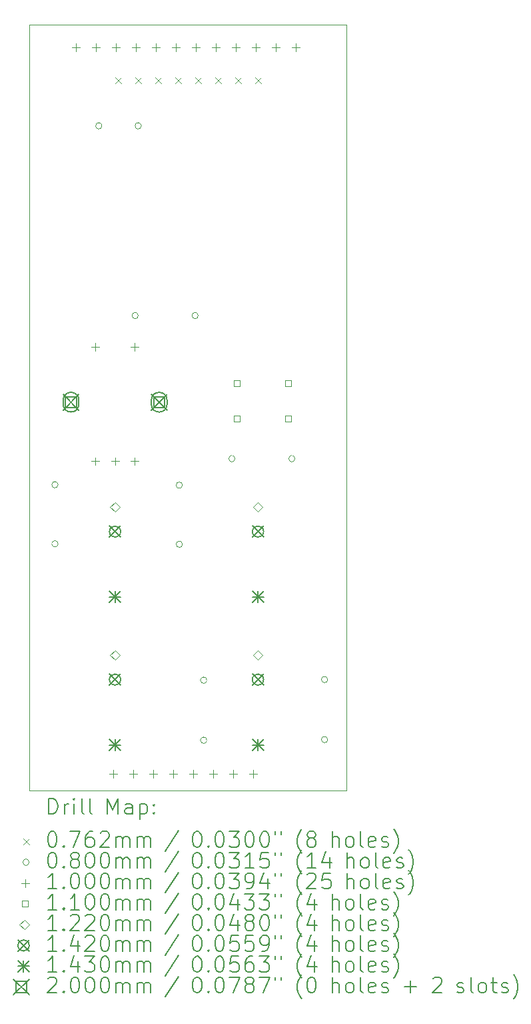
<source format=gbr>
%TF.GenerationSoftware,KiCad,Pcbnew,(7.0.0)*%
%TF.CreationDate,2023-03-19T22:56:33+00:00*%
%TF.ProjectId,front_microlidian,66726f6e-745f-46d6-9963-726f6c696469,rev?*%
%TF.SameCoordinates,Original*%
%TF.FileFunction,Drillmap*%
%TF.FilePolarity,Positive*%
%FSLAX45Y45*%
G04 Gerber Fmt 4.5, Leading zero omitted, Abs format (unit mm)*
G04 Created by KiCad (PCBNEW (7.0.0)) date 2023-03-19 22:56:33*
%MOMM*%
%LPD*%
G01*
G04 APERTURE LIST*
%ADD10C,0.100000*%
%ADD11C,0.200000*%
%ADD12C,0.076200*%
%ADD13C,0.080000*%
%ADD14C,0.110000*%
%ADD15C,0.122000*%
%ADD16C,0.142000*%
%ADD17C,0.143000*%
G04 APERTURE END LIST*
D10*
X8293497Y-4623089D02*
X12323497Y-4623089D01*
X12323497Y-4623089D02*
X12323497Y-14345189D01*
X12323497Y-14345189D02*
X8293497Y-14345189D01*
X8293497Y-14345189D02*
X8293497Y-4623089D01*
D11*
D12*
X9381439Y-5293888D02*
X9457639Y-5370088D01*
X9457639Y-5293888D02*
X9381439Y-5370088D01*
X9635439Y-5293888D02*
X9711639Y-5370088D01*
X9711639Y-5293888D02*
X9635439Y-5370088D01*
X9889439Y-5293888D02*
X9965639Y-5370088D01*
X9965639Y-5293888D02*
X9889439Y-5370088D01*
X10143439Y-5293888D02*
X10219639Y-5370088D01*
X10219639Y-5293888D02*
X10143439Y-5370088D01*
X10397439Y-5293888D02*
X10473639Y-5370088D01*
X10473639Y-5293888D02*
X10397439Y-5370088D01*
X10651439Y-5293888D02*
X10727639Y-5370088D01*
X10727639Y-5293888D02*
X10651439Y-5370088D01*
X10905439Y-5293888D02*
X10981639Y-5370088D01*
X10981639Y-5293888D02*
X10905439Y-5370088D01*
X11159439Y-5293888D02*
X11235639Y-5370088D01*
X11235639Y-5293888D02*
X11159439Y-5370088D01*
D13*
X8655680Y-10463180D02*
G75*
G03*
X8655680Y-10463180I-40000J0D01*
G01*
X8655680Y-11213180D02*
G75*
G03*
X8655680Y-11213180I-40000J0D01*
G01*
X9213400Y-5908040D02*
G75*
G03*
X9213400Y-5908040I-40000J0D01*
G01*
X9674220Y-8315960D02*
G75*
G03*
X9674220Y-8315960I-40000J0D01*
G01*
X9713400Y-5908040D02*
G75*
G03*
X9713400Y-5908040I-40000J0D01*
G01*
X10235560Y-10468260D02*
G75*
G03*
X10235560Y-10468260I-40000J0D01*
G01*
X10235560Y-11218260D02*
G75*
G03*
X10235560Y-11218260I-40000J0D01*
G01*
X10436220Y-8315960D02*
G75*
G03*
X10436220Y-8315960I-40000J0D01*
G01*
X10545440Y-12943840D02*
G75*
G03*
X10545440Y-12943840I-40000J0D01*
G01*
X10545440Y-13705840D02*
G75*
G03*
X10545440Y-13705840I-40000J0D01*
G01*
X10903580Y-10132060D02*
G75*
G03*
X10903580Y-10132060I-40000J0D01*
G01*
X11665580Y-10132060D02*
G75*
G03*
X11665580Y-10132060I-40000J0D01*
G01*
X12082140Y-12936220D02*
G75*
G03*
X12082140Y-12936220I-40000J0D01*
G01*
X12082140Y-13698220D02*
G75*
G03*
X12082140Y-13698220I-40000J0D01*
G01*
D10*
X8879880Y-4862500D02*
X8879880Y-4962500D01*
X8829880Y-4912500D02*
X8929880Y-4912500D01*
X9129959Y-8665388D02*
X9129959Y-8765388D01*
X9079959Y-8715388D02*
X9179959Y-8715388D01*
X9129959Y-10115388D02*
X9129959Y-10215388D01*
X9079959Y-10165388D02*
X9179959Y-10165388D01*
X9133880Y-4862500D02*
X9133880Y-4962500D01*
X9083880Y-4912500D02*
X9183880Y-4912500D01*
X9357360Y-14080020D02*
X9357360Y-14180020D01*
X9307360Y-14130020D02*
X9407360Y-14130020D01*
X9379959Y-10115388D02*
X9379959Y-10215388D01*
X9329959Y-10165388D02*
X9429959Y-10165388D01*
X9387880Y-4862500D02*
X9387880Y-4962500D01*
X9337880Y-4912500D02*
X9437880Y-4912500D01*
X9611360Y-14080020D02*
X9611360Y-14180020D01*
X9561360Y-14130020D02*
X9661360Y-14130020D01*
X9629959Y-8665388D02*
X9629959Y-8765388D01*
X9579959Y-8715388D02*
X9679959Y-8715388D01*
X9629959Y-10115388D02*
X9629959Y-10215388D01*
X9579959Y-10165388D02*
X9679959Y-10165388D01*
X9641880Y-4862500D02*
X9641880Y-4962500D01*
X9591880Y-4912500D02*
X9691880Y-4912500D01*
X9865360Y-14080020D02*
X9865360Y-14180020D01*
X9815360Y-14130020D02*
X9915360Y-14130020D01*
X9895880Y-4862500D02*
X9895880Y-4962500D01*
X9845880Y-4912500D02*
X9945880Y-4912500D01*
X10119360Y-14080020D02*
X10119360Y-14180020D01*
X10069360Y-14130020D02*
X10169360Y-14130020D01*
X10149880Y-4862500D02*
X10149880Y-4962500D01*
X10099880Y-4912500D02*
X10199880Y-4912500D01*
X10373360Y-14080020D02*
X10373360Y-14180020D01*
X10323360Y-14130020D02*
X10423360Y-14130020D01*
X10403880Y-4862500D02*
X10403880Y-4962500D01*
X10353880Y-4912500D02*
X10453880Y-4912500D01*
X10627360Y-14080020D02*
X10627360Y-14180020D01*
X10577360Y-14130020D02*
X10677360Y-14130020D01*
X10657880Y-4862500D02*
X10657880Y-4962500D01*
X10607880Y-4912500D02*
X10707880Y-4912500D01*
X10881360Y-14080020D02*
X10881360Y-14180020D01*
X10831360Y-14130020D02*
X10931360Y-14130020D01*
X10911880Y-4862500D02*
X10911880Y-4962500D01*
X10861880Y-4912500D02*
X10961880Y-4912500D01*
X11135360Y-14080020D02*
X11135360Y-14180020D01*
X11085360Y-14130020D02*
X11185360Y-14130020D01*
X11165880Y-4862500D02*
X11165880Y-4962500D01*
X11115880Y-4912500D02*
X11215880Y-4912500D01*
X11419880Y-4862500D02*
X11419880Y-4962500D01*
X11369880Y-4912500D02*
X11469880Y-4912500D01*
X11673880Y-4862500D02*
X11673880Y-4962500D01*
X11623880Y-4912500D02*
X11723880Y-4912500D01*
D14*
X10969450Y-9215079D02*
X10969450Y-9137297D01*
X10891668Y-9137297D01*
X10891668Y-9215079D01*
X10969450Y-9215079D01*
X10969450Y-9665079D02*
X10969450Y-9587297D01*
X10891668Y-9587297D01*
X10891668Y-9665079D01*
X10969450Y-9665079D01*
X11619450Y-9215079D02*
X11619450Y-9137297D01*
X11541668Y-9137297D01*
X11541668Y-9215079D01*
X11619450Y-9215079D01*
X11619450Y-9665079D02*
X11619450Y-9587297D01*
X11541668Y-9587297D01*
X11541668Y-9665079D01*
X11619450Y-9665079D01*
D15*
X9379299Y-12687588D02*
X9440299Y-12626588D01*
X9379299Y-12565588D01*
X9318299Y-12626588D01*
X9379299Y-12687588D01*
X9379339Y-10808928D02*
X9440339Y-10747928D01*
X9379339Y-10686928D01*
X9318339Y-10747928D01*
X9379339Y-10808928D01*
X11196339Y-10808928D02*
X11257339Y-10747928D01*
X11196339Y-10686928D01*
X11135339Y-10747928D01*
X11196339Y-10808928D01*
X11196339Y-12687588D02*
X11257339Y-12626588D01*
X11196339Y-12565588D01*
X11135339Y-12626588D01*
X11196339Y-12687588D01*
D16*
X9308299Y-12865588D02*
X9450299Y-13007588D01*
X9450299Y-12865588D02*
X9308299Y-13007588D01*
X9450299Y-12936588D02*
G75*
G03*
X9450299Y-12936588I-71000J0D01*
G01*
X9308339Y-10986928D02*
X9450339Y-11128928D01*
X9450339Y-10986928D02*
X9308339Y-11128928D01*
X9450339Y-11057928D02*
G75*
G03*
X9450339Y-11057928I-71000J0D01*
G01*
X11125339Y-10986928D02*
X11267339Y-11128928D01*
X11267339Y-10986928D02*
X11125339Y-11128928D01*
X11267339Y-11057928D02*
G75*
G03*
X11267339Y-11057928I-71000J0D01*
G01*
X11125339Y-12865588D02*
X11267339Y-13007588D01*
X11267339Y-12865588D02*
X11125339Y-13007588D01*
X11267339Y-12936588D02*
G75*
G03*
X11267339Y-12936588I-71000J0D01*
G01*
D17*
X9307799Y-13695088D02*
X9450799Y-13838088D01*
X9450799Y-13695088D02*
X9307799Y-13838088D01*
X9379299Y-13695088D02*
X9379299Y-13838088D01*
X9307799Y-13766588D02*
X9450799Y-13766588D01*
X9307839Y-11816428D02*
X9450839Y-11959428D01*
X9450839Y-11816428D02*
X9307839Y-11959428D01*
X9379339Y-11816428D02*
X9379339Y-11959428D01*
X9307839Y-11887928D02*
X9450839Y-11887928D01*
X11124839Y-11816428D02*
X11267839Y-11959428D01*
X11267839Y-11816428D02*
X11124839Y-11959428D01*
X11196339Y-11816428D02*
X11196339Y-11959428D01*
X11124839Y-11887928D02*
X11267839Y-11887928D01*
X11124839Y-13695088D02*
X11267839Y-13838088D01*
X11267839Y-13695088D02*
X11124839Y-13838088D01*
X11196339Y-13695088D02*
X11196339Y-13838088D01*
X11124839Y-13766588D02*
X11267839Y-13766588D01*
D11*
X8719959Y-9315388D02*
X8919959Y-9515388D01*
X8919959Y-9315388D02*
X8719959Y-9515388D01*
X8890670Y-9486099D02*
X8890670Y-9344677D01*
X8749248Y-9344677D01*
X8749248Y-9486099D01*
X8890670Y-9486099D01*
X8919959Y-9440388D02*
X8919959Y-9390388D01*
X8919959Y-9390388D02*
G75*
G03*
X8719959Y-9390388I-100000J0D01*
G01*
X8719959Y-9390388D02*
X8719959Y-9440388D01*
X8719959Y-9440388D02*
G75*
G03*
X8919959Y-9440388I100000J0D01*
G01*
X9839959Y-9315388D02*
X10039959Y-9515388D01*
X10039959Y-9315388D02*
X9839959Y-9515388D01*
X10010670Y-9486099D02*
X10010670Y-9344677D01*
X9869248Y-9344677D01*
X9869248Y-9486099D01*
X10010670Y-9486099D01*
X10039959Y-9440388D02*
X10039959Y-9390388D01*
X10039959Y-9390388D02*
G75*
G03*
X9839959Y-9390388I-100000J0D01*
G01*
X9839959Y-9390388D02*
X9839959Y-9440388D01*
X9839959Y-9440388D02*
G75*
G03*
X10039959Y-9440388I100000J0D01*
G01*
X8536116Y-14643665D02*
X8536116Y-14443665D01*
X8536116Y-14443665D02*
X8583735Y-14443665D01*
X8583735Y-14443665D02*
X8612306Y-14453189D01*
X8612306Y-14453189D02*
X8631354Y-14472237D01*
X8631354Y-14472237D02*
X8640878Y-14491284D01*
X8640878Y-14491284D02*
X8650402Y-14529379D01*
X8650402Y-14529379D02*
X8650402Y-14557951D01*
X8650402Y-14557951D02*
X8640878Y-14596046D01*
X8640878Y-14596046D02*
X8631354Y-14615094D01*
X8631354Y-14615094D02*
X8612306Y-14634141D01*
X8612306Y-14634141D02*
X8583735Y-14643665D01*
X8583735Y-14643665D02*
X8536116Y-14643665D01*
X8736116Y-14643665D02*
X8736116Y-14510332D01*
X8736116Y-14548427D02*
X8745640Y-14529379D01*
X8745640Y-14529379D02*
X8755163Y-14519856D01*
X8755163Y-14519856D02*
X8774211Y-14510332D01*
X8774211Y-14510332D02*
X8793259Y-14510332D01*
X8859925Y-14643665D02*
X8859925Y-14510332D01*
X8859925Y-14443665D02*
X8850402Y-14453189D01*
X8850402Y-14453189D02*
X8859925Y-14462713D01*
X8859925Y-14462713D02*
X8869449Y-14453189D01*
X8869449Y-14453189D02*
X8859925Y-14443665D01*
X8859925Y-14443665D02*
X8859925Y-14462713D01*
X8983735Y-14643665D02*
X8964687Y-14634141D01*
X8964687Y-14634141D02*
X8955163Y-14615094D01*
X8955163Y-14615094D02*
X8955163Y-14443665D01*
X9088497Y-14643665D02*
X9069449Y-14634141D01*
X9069449Y-14634141D02*
X9059925Y-14615094D01*
X9059925Y-14615094D02*
X9059925Y-14443665D01*
X9284687Y-14643665D02*
X9284687Y-14443665D01*
X9284687Y-14443665D02*
X9351354Y-14586522D01*
X9351354Y-14586522D02*
X9418021Y-14443665D01*
X9418021Y-14443665D02*
X9418021Y-14643665D01*
X9598973Y-14643665D02*
X9598973Y-14538903D01*
X9598973Y-14538903D02*
X9589449Y-14519856D01*
X9589449Y-14519856D02*
X9570402Y-14510332D01*
X9570402Y-14510332D02*
X9532306Y-14510332D01*
X9532306Y-14510332D02*
X9513259Y-14519856D01*
X9598973Y-14634141D02*
X9579925Y-14643665D01*
X9579925Y-14643665D02*
X9532306Y-14643665D01*
X9532306Y-14643665D02*
X9513259Y-14634141D01*
X9513259Y-14634141D02*
X9503735Y-14615094D01*
X9503735Y-14615094D02*
X9503735Y-14596046D01*
X9503735Y-14596046D02*
X9513259Y-14576998D01*
X9513259Y-14576998D02*
X9532306Y-14567475D01*
X9532306Y-14567475D02*
X9579925Y-14567475D01*
X9579925Y-14567475D02*
X9598973Y-14557951D01*
X9694211Y-14510332D02*
X9694211Y-14710332D01*
X9694211Y-14519856D02*
X9713259Y-14510332D01*
X9713259Y-14510332D02*
X9751354Y-14510332D01*
X9751354Y-14510332D02*
X9770402Y-14519856D01*
X9770402Y-14519856D02*
X9779925Y-14529379D01*
X9779925Y-14529379D02*
X9789449Y-14548427D01*
X9789449Y-14548427D02*
X9789449Y-14605570D01*
X9789449Y-14605570D02*
X9779925Y-14624617D01*
X9779925Y-14624617D02*
X9770402Y-14634141D01*
X9770402Y-14634141D02*
X9751354Y-14643665D01*
X9751354Y-14643665D02*
X9713259Y-14643665D01*
X9713259Y-14643665D02*
X9694211Y-14634141D01*
X9875163Y-14624617D02*
X9884687Y-14634141D01*
X9884687Y-14634141D02*
X9875163Y-14643665D01*
X9875163Y-14643665D02*
X9865640Y-14634141D01*
X9865640Y-14634141D02*
X9875163Y-14624617D01*
X9875163Y-14624617D02*
X9875163Y-14643665D01*
X9875163Y-14519856D02*
X9884687Y-14529379D01*
X9884687Y-14529379D02*
X9875163Y-14538903D01*
X9875163Y-14538903D02*
X9865640Y-14529379D01*
X9865640Y-14529379D02*
X9875163Y-14519856D01*
X9875163Y-14519856D02*
X9875163Y-14538903D01*
D12*
X8212297Y-14952089D02*
X8288497Y-15028289D01*
X8288497Y-14952089D02*
X8212297Y-15028289D01*
D11*
X8574211Y-14863665D02*
X8593259Y-14863665D01*
X8593259Y-14863665D02*
X8612306Y-14873189D01*
X8612306Y-14873189D02*
X8621830Y-14882713D01*
X8621830Y-14882713D02*
X8631354Y-14901760D01*
X8631354Y-14901760D02*
X8640878Y-14939856D01*
X8640878Y-14939856D02*
X8640878Y-14987475D01*
X8640878Y-14987475D02*
X8631354Y-15025570D01*
X8631354Y-15025570D02*
X8621830Y-15044617D01*
X8621830Y-15044617D02*
X8612306Y-15054141D01*
X8612306Y-15054141D02*
X8593259Y-15063665D01*
X8593259Y-15063665D02*
X8574211Y-15063665D01*
X8574211Y-15063665D02*
X8555163Y-15054141D01*
X8555163Y-15054141D02*
X8545640Y-15044617D01*
X8545640Y-15044617D02*
X8536116Y-15025570D01*
X8536116Y-15025570D02*
X8526592Y-14987475D01*
X8526592Y-14987475D02*
X8526592Y-14939856D01*
X8526592Y-14939856D02*
X8536116Y-14901760D01*
X8536116Y-14901760D02*
X8545640Y-14882713D01*
X8545640Y-14882713D02*
X8555163Y-14873189D01*
X8555163Y-14873189D02*
X8574211Y-14863665D01*
X8726592Y-15044617D02*
X8736116Y-15054141D01*
X8736116Y-15054141D02*
X8726592Y-15063665D01*
X8726592Y-15063665D02*
X8717068Y-15054141D01*
X8717068Y-15054141D02*
X8726592Y-15044617D01*
X8726592Y-15044617D02*
X8726592Y-15063665D01*
X8802783Y-14863665D02*
X8936116Y-14863665D01*
X8936116Y-14863665D02*
X8850402Y-15063665D01*
X9098021Y-14863665D02*
X9059925Y-14863665D01*
X9059925Y-14863665D02*
X9040878Y-14873189D01*
X9040878Y-14873189D02*
X9031354Y-14882713D01*
X9031354Y-14882713D02*
X9012306Y-14911284D01*
X9012306Y-14911284D02*
X9002783Y-14949379D01*
X9002783Y-14949379D02*
X9002783Y-15025570D01*
X9002783Y-15025570D02*
X9012306Y-15044617D01*
X9012306Y-15044617D02*
X9021830Y-15054141D01*
X9021830Y-15054141D02*
X9040878Y-15063665D01*
X9040878Y-15063665D02*
X9078973Y-15063665D01*
X9078973Y-15063665D02*
X9098021Y-15054141D01*
X9098021Y-15054141D02*
X9107544Y-15044617D01*
X9107544Y-15044617D02*
X9117068Y-15025570D01*
X9117068Y-15025570D02*
X9117068Y-14977951D01*
X9117068Y-14977951D02*
X9107544Y-14958903D01*
X9107544Y-14958903D02*
X9098021Y-14949379D01*
X9098021Y-14949379D02*
X9078973Y-14939856D01*
X9078973Y-14939856D02*
X9040878Y-14939856D01*
X9040878Y-14939856D02*
X9021830Y-14949379D01*
X9021830Y-14949379D02*
X9012306Y-14958903D01*
X9012306Y-14958903D02*
X9002783Y-14977951D01*
X9193259Y-14882713D02*
X9202783Y-14873189D01*
X9202783Y-14873189D02*
X9221830Y-14863665D01*
X9221830Y-14863665D02*
X9269449Y-14863665D01*
X9269449Y-14863665D02*
X9288497Y-14873189D01*
X9288497Y-14873189D02*
X9298021Y-14882713D01*
X9298021Y-14882713D02*
X9307544Y-14901760D01*
X9307544Y-14901760D02*
X9307544Y-14920808D01*
X9307544Y-14920808D02*
X9298021Y-14949379D01*
X9298021Y-14949379D02*
X9183735Y-15063665D01*
X9183735Y-15063665D02*
X9307544Y-15063665D01*
X9393259Y-15063665D02*
X9393259Y-14930332D01*
X9393259Y-14949379D02*
X9402783Y-14939856D01*
X9402783Y-14939856D02*
X9421830Y-14930332D01*
X9421830Y-14930332D02*
X9450402Y-14930332D01*
X9450402Y-14930332D02*
X9469449Y-14939856D01*
X9469449Y-14939856D02*
X9478973Y-14958903D01*
X9478973Y-14958903D02*
X9478973Y-15063665D01*
X9478973Y-14958903D02*
X9488497Y-14939856D01*
X9488497Y-14939856D02*
X9507544Y-14930332D01*
X9507544Y-14930332D02*
X9536116Y-14930332D01*
X9536116Y-14930332D02*
X9555164Y-14939856D01*
X9555164Y-14939856D02*
X9564687Y-14958903D01*
X9564687Y-14958903D02*
X9564687Y-15063665D01*
X9659925Y-15063665D02*
X9659925Y-14930332D01*
X9659925Y-14949379D02*
X9669449Y-14939856D01*
X9669449Y-14939856D02*
X9688497Y-14930332D01*
X9688497Y-14930332D02*
X9717068Y-14930332D01*
X9717068Y-14930332D02*
X9736116Y-14939856D01*
X9736116Y-14939856D02*
X9745640Y-14958903D01*
X9745640Y-14958903D02*
X9745640Y-15063665D01*
X9745640Y-14958903D02*
X9755164Y-14939856D01*
X9755164Y-14939856D02*
X9774211Y-14930332D01*
X9774211Y-14930332D02*
X9802783Y-14930332D01*
X9802783Y-14930332D02*
X9821830Y-14939856D01*
X9821830Y-14939856D02*
X9831354Y-14958903D01*
X9831354Y-14958903D02*
X9831354Y-15063665D01*
X10189449Y-14854141D02*
X10018021Y-15111284D01*
X10414211Y-14863665D02*
X10433259Y-14863665D01*
X10433259Y-14863665D02*
X10452306Y-14873189D01*
X10452306Y-14873189D02*
X10461830Y-14882713D01*
X10461830Y-14882713D02*
X10471354Y-14901760D01*
X10471354Y-14901760D02*
X10480878Y-14939856D01*
X10480878Y-14939856D02*
X10480878Y-14987475D01*
X10480878Y-14987475D02*
X10471354Y-15025570D01*
X10471354Y-15025570D02*
X10461830Y-15044617D01*
X10461830Y-15044617D02*
X10452306Y-15054141D01*
X10452306Y-15054141D02*
X10433259Y-15063665D01*
X10433259Y-15063665D02*
X10414211Y-15063665D01*
X10414211Y-15063665D02*
X10395164Y-15054141D01*
X10395164Y-15054141D02*
X10385640Y-15044617D01*
X10385640Y-15044617D02*
X10376116Y-15025570D01*
X10376116Y-15025570D02*
X10366592Y-14987475D01*
X10366592Y-14987475D02*
X10366592Y-14939856D01*
X10366592Y-14939856D02*
X10376116Y-14901760D01*
X10376116Y-14901760D02*
X10385640Y-14882713D01*
X10385640Y-14882713D02*
X10395164Y-14873189D01*
X10395164Y-14873189D02*
X10414211Y-14863665D01*
X10566592Y-15044617D02*
X10576116Y-15054141D01*
X10576116Y-15054141D02*
X10566592Y-15063665D01*
X10566592Y-15063665D02*
X10557068Y-15054141D01*
X10557068Y-15054141D02*
X10566592Y-15044617D01*
X10566592Y-15044617D02*
X10566592Y-15063665D01*
X10699925Y-14863665D02*
X10718973Y-14863665D01*
X10718973Y-14863665D02*
X10738021Y-14873189D01*
X10738021Y-14873189D02*
X10747545Y-14882713D01*
X10747545Y-14882713D02*
X10757068Y-14901760D01*
X10757068Y-14901760D02*
X10766592Y-14939856D01*
X10766592Y-14939856D02*
X10766592Y-14987475D01*
X10766592Y-14987475D02*
X10757068Y-15025570D01*
X10757068Y-15025570D02*
X10747545Y-15044617D01*
X10747545Y-15044617D02*
X10738021Y-15054141D01*
X10738021Y-15054141D02*
X10718973Y-15063665D01*
X10718973Y-15063665D02*
X10699925Y-15063665D01*
X10699925Y-15063665D02*
X10680878Y-15054141D01*
X10680878Y-15054141D02*
X10671354Y-15044617D01*
X10671354Y-15044617D02*
X10661830Y-15025570D01*
X10661830Y-15025570D02*
X10652306Y-14987475D01*
X10652306Y-14987475D02*
X10652306Y-14939856D01*
X10652306Y-14939856D02*
X10661830Y-14901760D01*
X10661830Y-14901760D02*
X10671354Y-14882713D01*
X10671354Y-14882713D02*
X10680878Y-14873189D01*
X10680878Y-14873189D02*
X10699925Y-14863665D01*
X10833259Y-14863665D02*
X10957068Y-14863665D01*
X10957068Y-14863665D02*
X10890402Y-14939856D01*
X10890402Y-14939856D02*
X10918973Y-14939856D01*
X10918973Y-14939856D02*
X10938021Y-14949379D01*
X10938021Y-14949379D02*
X10947545Y-14958903D01*
X10947545Y-14958903D02*
X10957068Y-14977951D01*
X10957068Y-14977951D02*
X10957068Y-15025570D01*
X10957068Y-15025570D02*
X10947545Y-15044617D01*
X10947545Y-15044617D02*
X10938021Y-15054141D01*
X10938021Y-15054141D02*
X10918973Y-15063665D01*
X10918973Y-15063665D02*
X10861830Y-15063665D01*
X10861830Y-15063665D02*
X10842783Y-15054141D01*
X10842783Y-15054141D02*
X10833259Y-15044617D01*
X11080878Y-14863665D02*
X11099926Y-14863665D01*
X11099926Y-14863665D02*
X11118973Y-14873189D01*
X11118973Y-14873189D02*
X11128497Y-14882713D01*
X11128497Y-14882713D02*
X11138021Y-14901760D01*
X11138021Y-14901760D02*
X11147545Y-14939856D01*
X11147545Y-14939856D02*
X11147545Y-14987475D01*
X11147545Y-14987475D02*
X11138021Y-15025570D01*
X11138021Y-15025570D02*
X11128497Y-15044617D01*
X11128497Y-15044617D02*
X11118973Y-15054141D01*
X11118973Y-15054141D02*
X11099926Y-15063665D01*
X11099926Y-15063665D02*
X11080878Y-15063665D01*
X11080878Y-15063665D02*
X11061830Y-15054141D01*
X11061830Y-15054141D02*
X11052306Y-15044617D01*
X11052306Y-15044617D02*
X11042783Y-15025570D01*
X11042783Y-15025570D02*
X11033259Y-14987475D01*
X11033259Y-14987475D02*
X11033259Y-14939856D01*
X11033259Y-14939856D02*
X11042783Y-14901760D01*
X11042783Y-14901760D02*
X11052306Y-14882713D01*
X11052306Y-14882713D02*
X11061830Y-14873189D01*
X11061830Y-14873189D02*
X11080878Y-14863665D01*
X11271354Y-14863665D02*
X11290402Y-14863665D01*
X11290402Y-14863665D02*
X11309449Y-14873189D01*
X11309449Y-14873189D02*
X11318973Y-14882713D01*
X11318973Y-14882713D02*
X11328497Y-14901760D01*
X11328497Y-14901760D02*
X11338021Y-14939856D01*
X11338021Y-14939856D02*
X11338021Y-14987475D01*
X11338021Y-14987475D02*
X11328497Y-15025570D01*
X11328497Y-15025570D02*
X11318973Y-15044617D01*
X11318973Y-15044617D02*
X11309449Y-15054141D01*
X11309449Y-15054141D02*
X11290402Y-15063665D01*
X11290402Y-15063665D02*
X11271354Y-15063665D01*
X11271354Y-15063665D02*
X11252306Y-15054141D01*
X11252306Y-15054141D02*
X11242783Y-15044617D01*
X11242783Y-15044617D02*
X11233259Y-15025570D01*
X11233259Y-15025570D02*
X11223735Y-14987475D01*
X11223735Y-14987475D02*
X11223735Y-14939856D01*
X11223735Y-14939856D02*
X11233259Y-14901760D01*
X11233259Y-14901760D02*
X11242783Y-14882713D01*
X11242783Y-14882713D02*
X11252306Y-14873189D01*
X11252306Y-14873189D02*
X11271354Y-14863665D01*
X11414211Y-14863665D02*
X11414211Y-14901760D01*
X11490402Y-14863665D02*
X11490402Y-14901760D01*
X11753259Y-15139856D02*
X11743735Y-15130332D01*
X11743735Y-15130332D02*
X11724687Y-15101760D01*
X11724687Y-15101760D02*
X11715164Y-15082713D01*
X11715164Y-15082713D02*
X11705640Y-15054141D01*
X11705640Y-15054141D02*
X11696116Y-15006522D01*
X11696116Y-15006522D02*
X11696116Y-14968427D01*
X11696116Y-14968427D02*
X11705640Y-14920808D01*
X11705640Y-14920808D02*
X11715164Y-14892237D01*
X11715164Y-14892237D02*
X11724687Y-14873189D01*
X11724687Y-14873189D02*
X11743735Y-14844617D01*
X11743735Y-14844617D02*
X11753259Y-14835094D01*
X11858021Y-14949379D02*
X11838973Y-14939856D01*
X11838973Y-14939856D02*
X11829449Y-14930332D01*
X11829449Y-14930332D02*
X11819925Y-14911284D01*
X11819925Y-14911284D02*
X11819925Y-14901760D01*
X11819925Y-14901760D02*
X11829449Y-14882713D01*
X11829449Y-14882713D02*
X11838973Y-14873189D01*
X11838973Y-14873189D02*
X11858021Y-14863665D01*
X11858021Y-14863665D02*
X11896116Y-14863665D01*
X11896116Y-14863665D02*
X11915164Y-14873189D01*
X11915164Y-14873189D02*
X11924687Y-14882713D01*
X11924687Y-14882713D02*
X11934211Y-14901760D01*
X11934211Y-14901760D02*
X11934211Y-14911284D01*
X11934211Y-14911284D02*
X11924687Y-14930332D01*
X11924687Y-14930332D02*
X11915164Y-14939856D01*
X11915164Y-14939856D02*
X11896116Y-14949379D01*
X11896116Y-14949379D02*
X11858021Y-14949379D01*
X11858021Y-14949379D02*
X11838973Y-14958903D01*
X11838973Y-14958903D02*
X11829449Y-14968427D01*
X11829449Y-14968427D02*
X11819925Y-14987475D01*
X11819925Y-14987475D02*
X11819925Y-15025570D01*
X11819925Y-15025570D02*
X11829449Y-15044617D01*
X11829449Y-15044617D02*
X11838973Y-15054141D01*
X11838973Y-15054141D02*
X11858021Y-15063665D01*
X11858021Y-15063665D02*
X11896116Y-15063665D01*
X11896116Y-15063665D02*
X11915164Y-15054141D01*
X11915164Y-15054141D02*
X11924687Y-15044617D01*
X11924687Y-15044617D02*
X11934211Y-15025570D01*
X11934211Y-15025570D02*
X11934211Y-14987475D01*
X11934211Y-14987475D02*
X11924687Y-14968427D01*
X11924687Y-14968427D02*
X11915164Y-14958903D01*
X11915164Y-14958903D02*
X11896116Y-14949379D01*
X12139925Y-15063665D02*
X12139925Y-14863665D01*
X12225640Y-15063665D02*
X12225640Y-14958903D01*
X12225640Y-14958903D02*
X12216116Y-14939856D01*
X12216116Y-14939856D02*
X12197068Y-14930332D01*
X12197068Y-14930332D02*
X12168497Y-14930332D01*
X12168497Y-14930332D02*
X12149449Y-14939856D01*
X12149449Y-14939856D02*
X12139925Y-14949379D01*
X12349449Y-15063665D02*
X12330402Y-15054141D01*
X12330402Y-15054141D02*
X12320878Y-15044617D01*
X12320878Y-15044617D02*
X12311354Y-15025570D01*
X12311354Y-15025570D02*
X12311354Y-14968427D01*
X12311354Y-14968427D02*
X12320878Y-14949379D01*
X12320878Y-14949379D02*
X12330402Y-14939856D01*
X12330402Y-14939856D02*
X12349449Y-14930332D01*
X12349449Y-14930332D02*
X12378021Y-14930332D01*
X12378021Y-14930332D02*
X12397068Y-14939856D01*
X12397068Y-14939856D02*
X12406592Y-14949379D01*
X12406592Y-14949379D02*
X12416116Y-14968427D01*
X12416116Y-14968427D02*
X12416116Y-15025570D01*
X12416116Y-15025570D02*
X12406592Y-15044617D01*
X12406592Y-15044617D02*
X12397068Y-15054141D01*
X12397068Y-15054141D02*
X12378021Y-15063665D01*
X12378021Y-15063665D02*
X12349449Y-15063665D01*
X12530402Y-15063665D02*
X12511354Y-15054141D01*
X12511354Y-15054141D02*
X12501830Y-15035094D01*
X12501830Y-15035094D02*
X12501830Y-14863665D01*
X12682783Y-15054141D02*
X12663735Y-15063665D01*
X12663735Y-15063665D02*
X12625640Y-15063665D01*
X12625640Y-15063665D02*
X12606592Y-15054141D01*
X12606592Y-15054141D02*
X12597068Y-15035094D01*
X12597068Y-15035094D02*
X12597068Y-14958903D01*
X12597068Y-14958903D02*
X12606592Y-14939856D01*
X12606592Y-14939856D02*
X12625640Y-14930332D01*
X12625640Y-14930332D02*
X12663735Y-14930332D01*
X12663735Y-14930332D02*
X12682783Y-14939856D01*
X12682783Y-14939856D02*
X12692306Y-14958903D01*
X12692306Y-14958903D02*
X12692306Y-14977951D01*
X12692306Y-14977951D02*
X12597068Y-14996998D01*
X12768497Y-15054141D02*
X12787545Y-15063665D01*
X12787545Y-15063665D02*
X12825640Y-15063665D01*
X12825640Y-15063665D02*
X12844687Y-15054141D01*
X12844687Y-15054141D02*
X12854211Y-15035094D01*
X12854211Y-15035094D02*
X12854211Y-15025570D01*
X12854211Y-15025570D02*
X12844687Y-15006522D01*
X12844687Y-15006522D02*
X12825640Y-14996998D01*
X12825640Y-14996998D02*
X12797068Y-14996998D01*
X12797068Y-14996998D02*
X12778021Y-14987475D01*
X12778021Y-14987475D02*
X12768497Y-14968427D01*
X12768497Y-14968427D02*
X12768497Y-14958903D01*
X12768497Y-14958903D02*
X12778021Y-14939856D01*
X12778021Y-14939856D02*
X12797068Y-14930332D01*
X12797068Y-14930332D02*
X12825640Y-14930332D01*
X12825640Y-14930332D02*
X12844687Y-14939856D01*
X12920878Y-15139856D02*
X12930402Y-15130332D01*
X12930402Y-15130332D02*
X12949449Y-15101760D01*
X12949449Y-15101760D02*
X12958973Y-15082713D01*
X12958973Y-15082713D02*
X12968497Y-15054141D01*
X12968497Y-15054141D02*
X12978021Y-15006522D01*
X12978021Y-15006522D02*
X12978021Y-14968427D01*
X12978021Y-14968427D02*
X12968497Y-14920808D01*
X12968497Y-14920808D02*
X12958973Y-14892237D01*
X12958973Y-14892237D02*
X12949449Y-14873189D01*
X12949449Y-14873189D02*
X12930402Y-14844617D01*
X12930402Y-14844617D02*
X12920878Y-14835094D01*
D13*
X8288497Y-15254189D02*
G75*
G03*
X8288497Y-15254189I-40000J0D01*
G01*
D11*
X8574211Y-15127665D02*
X8593259Y-15127665D01*
X8593259Y-15127665D02*
X8612306Y-15137189D01*
X8612306Y-15137189D02*
X8621830Y-15146713D01*
X8621830Y-15146713D02*
X8631354Y-15165760D01*
X8631354Y-15165760D02*
X8640878Y-15203856D01*
X8640878Y-15203856D02*
X8640878Y-15251475D01*
X8640878Y-15251475D02*
X8631354Y-15289570D01*
X8631354Y-15289570D02*
X8621830Y-15308617D01*
X8621830Y-15308617D02*
X8612306Y-15318141D01*
X8612306Y-15318141D02*
X8593259Y-15327665D01*
X8593259Y-15327665D02*
X8574211Y-15327665D01*
X8574211Y-15327665D02*
X8555163Y-15318141D01*
X8555163Y-15318141D02*
X8545640Y-15308617D01*
X8545640Y-15308617D02*
X8536116Y-15289570D01*
X8536116Y-15289570D02*
X8526592Y-15251475D01*
X8526592Y-15251475D02*
X8526592Y-15203856D01*
X8526592Y-15203856D02*
X8536116Y-15165760D01*
X8536116Y-15165760D02*
X8545640Y-15146713D01*
X8545640Y-15146713D02*
X8555163Y-15137189D01*
X8555163Y-15137189D02*
X8574211Y-15127665D01*
X8726592Y-15308617D02*
X8736116Y-15318141D01*
X8736116Y-15318141D02*
X8726592Y-15327665D01*
X8726592Y-15327665D02*
X8717068Y-15318141D01*
X8717068Y-15318141D02*
X8726592Y-15308617D01*
X8726592Y-15308617D02*
X8726592Y-15327665D01*
X8850402Y-15213379D02*
X8831354Y-15203856D01*
X8831354Y-15203856D02*
X8821830Y-15194332D01*
X8821830Y-15194332D02*
X8812306Y-15175284D01*
X8812306Y-15175284D02*
X8812306Y-15165760D01*
X8812306Y-15165760D02*
X8821830Y-15146713D01*
X8821830Y-15146713D02*
X8831354Y-15137189D01*
X8831354Y-15137189D02*
X8850402Y-15127665D01*
X8850402Y-15127665D02*
X8888497Y-15127665D01*
X8888497Y-15127665D02*
X8907544Y-15137189D01*
X8907544Y-15137189D02*
X8917068Y-15146713D01*
X8917068Y-15146713D02*
X8926592Y-15165760D01*
X8926592Y-15165760D02*
X8926592Y-15175284D01*
X8926592Y-15175284D02*
X8917068Y-15194332D01*
X8917068Y-15194332D02*
X8907544Y-15203856D01*
X8907544Y-15203856D02*
X8888497Y-15213379D01*
X8888497Y-15213379D02*
X8850402Y-15213379D01*
X8850402Y-15213379D02*
X8831354Y-15222903D01*
X8831354Y-15222903D02*
X8821830Y-15232427D01*
X8821830Y-15232427D02*
X8812306Y-15251475D01*
X8812306Y-15251475D02*
X8812306Y-15289570D01*
X8812306Y-15289570D02*
X8821830Y-15308617D01*
X8821830Y-15308617D02*
X8831354Y-15318141D01*
X8831354Y-15318141D02*
X8850402Y-15327665D01*
X8850402Y-15327665D02*
X8888497Y-15327665D01*
X8888497Y-15327665D02*
X8907544Y-15318141D01*
X8907544Y-15318141D02*
X8917068Y-15308617D01*
X8917068Y-15308617D02*
X8926592Y-15289570D01*
X8926592Y-15289570D02*
X8926592Y-15251475D01*
X8926592Y-15251475D02*
X8917068Y-15232427D01*
X8917068Y-15232427D02*
X8907544Y-15222903D01*
X8907544Y-15222903D02*
X8888497Y-15213379D01*
X9050402Y-15127665D02*
X9069449Y-15127665D01*
X9069449Y-15127665D02*
X9088497Y-15137189D01*
X9088497Y-15137189D02*
X9098021Y-15146713D01*
X9098021Y-15146713D02*
X9107544Y-15165760D01*
X9107544Y-15165760D02*
X9117068Y-15203856D01*
X9117068Y-15203856D02*
X9117068Y-15251475D01*
X9117068Y-15251475D02*
X9107544Y-15289570D01*
X9107544Y-15289570D02*
X9098021Y-15308617D01*
X9098021Y-15308617D02*
X9088497Y-15318141D01*
X9088497Y-15318141D02*
X9069449Y-15327665D01*
X9069449Y-15327665D02*
X9050402Y-15327665D01*
X9050402Y-15327665D02*
X9031354Y-15318141D01*
X9031354Y-15318141D02*
X9021830Y-15308617D01*
X9021830Y-15308617D02*
X9012306Y-15289570D01*
X9012306Y-15289570D02*
X9002783Y-15251475D01*
X9002783Y-15251475D02*
X9002783Y-15203856D01*
X9002783Y-15203856D02*
X9012306Y-15165760D01*
X9012306Y-15165760D02*
X9021830Y-15146713D01*
X9021830Y-15146713D02*
X9031354Y-15137189D01*
X9031354Y-15137189D02*
X9050402Y-15127665D01*
X9240878Y-15127665D02*
X9259925Y-15127665D01*
X9259925Y-15127665D02*
X9278973Y-15137189D01*
X9278973Y-15137189D02*
X9288497Y-15146713D01*
X9288497Y-15146713D02*
X9298021Y-15165760D01*
X9298021Y-15165760D02*
X9307544Y-15203856D01*
X9307544Y-15203856D02*
X9307544Y-15251475D01*
X9307544Y-15251475D02*
X9298021Y-15289570D01*
X9298021Y-15289570D02*
X9288497Y-15308617D01*
X9288497Y-15308617D02*
X9278973Y-15318141D01*
X9278973Y-15318141D02*
X9259925Y-15327665D01*
X9259925Y-15327665D02*
X9240878Y-15327665D01*
X9240878Y-15327665D02*
X9221830Y-15318141D01*
X9221830Y-15318141D02*
X9212306Y-15308617D01*
X9212306Y-15308617D02*
X9202783Y-15289570D01*
X9202783Y-15289570D02*
X9193259Y-15251475D01*
X9193259Y-15251475D02*
X9193259Y-15203856D01*
X9193259Y-15203856D02*
X9202783Y-15165760D01*
X9202783Y-15165760D02*
X9212306Y-15146713D01*
X9212306Y-15146713D02*
X9221830Y-15137189D01*
X9221830Y-15137189D02*
X9240878Y-15127665D01*
X9393259Y-15327665D02*
X9393259Y-15194332D01*
X9393259Y-15213379D02*
X9402783Y-15203856D01*
X9402783Y-15203856D02*
X9421830Y-15194332D01*
X9421830Y-15194332D02*
X9450402Y-15194332D01*
X9450402Y-15194332D02*
X9469449Y-15203856D01*
X9469449Y-15203856D02*
X9478973Y-15222903D01*
X9478973Y-15222903D02*
X9478973Y-15327665D01*
X9478973Y-15222903D02*
X9488497Y-15203856D01*
X9488497Y-15203856D02*
X9507544Y-15194332D01*
X9507544Y-15194332D02*
X9536116Y-15194332D01*
X9536116Y-15194332D02*
X9555164Y-15203856D01*
X9555164Y-15203856D02*
X9564687Y-15222903D01*
X9564687Y-15222903D02*
X9564687Y-15327665D01*
X9659925Y-15327665D02*
X9659925Y-15194332D01*
X9659925Y-15213379D02*
X9669449Y-15203856D01*
X9669449Y-15203856D02*
X9688497Y-15194332D01*
X9688497Y-15194332D02*
X9717068Y-15194332D01*
X9717068Y-15194332D02*
X9736116Y-15203856D01*
X9736116Y-15203856D02*
X9745640Y-15222903D01*
X9745640Y-15222903D02*
X9745640Y-15327665D01*
X9745640Y-15222903D02*
X9755164Y-15203856D01*
X9755164Y-15203856D02*
X9774211Y-15194332D01*
X9774211Y-15194332D02*
X9802783Y-15194332D01*
X9802783Y-15194332D02*
X9821830Y-15203856D01*
X9821830Y-15203856D02*
X9831354Y-15222903D01*
X9831354Y-15222903D02*
X9831354Y-15327665D01*
X10189449Y-15118141D02*
X10018021Y-15375284D01*
X10414211Y-15127665D02*
X10433259Y-15127665D01*
X10433259Y-15127665D02*
X10452306Y-15137189D01*
X10452306Y-15137189D02*
X10461830Y-15146713D01*
X10461830Y-15146713D02*
X10471354Y-15165760D01*
X10471354Y-15165760D02*
X10480878Y-15203856D01*
X10480878Y-15203856D02*
X10480878Y-15251475D01*
X10480878Y-15251475D02*
X10471354Y-15289570D01*
X10471354Y-15289570D02*
X10461830Y-15308617D01*
X10461830Y-15308617D02*
X10452306Y-15318141D01*
X10452306Y-15318141D02*
X10433259Y-15327665D01*
X10433259Y-15327665D02*
X10414211Y-15327665D01*
X10414211Y-15327665D02*
X10395164Y-15318141D01*
X10395164Y-15318141D02*
X10385640Y-15308617D01*
X10385640Y-15308617D02*
X10376116Y-15289570D01*
X10376116Y-15289570D02*
X10366592Y-15251475D01*
X10366592Y-15251475D02*
X10366592Y-15203856D01*
X10366592Y-15203856D02*
X10376116Y-15165760D01*
X10376116Y-15165760D02*
X10385640Y-15146713D01*
X10385640Y-15146713D02*
X10395164Y-15137189D01*
X10395164Y-15137189D02*
X10414211Y-15127665D01*
X10566592Y-15308617D02*
X10576116Y-15318141D01*
X10576116Y-15318141D02*
X10566592Y-15327665D01*
X10566592Y-15327665D02*
X10557068Y-15318141D01*
X10557068Y-15318141D02*
X10566592Y-15308617D01*
X10566592Y-15308617D02*
X10566592Y-15327665D01*
X10699925Y-15127665D02*
X10718973Y-15127665D01*
X10718973Y-15127665D02*
X10738021Y-15137189D01*
X10738021Y-15137189D02*
X10747545Y-15146713D01*
X10747545Y-15146713D02*
X10757068Y-15165760D01*
X10757068Y-15165760D02*
X10766592Y-15203856D01*
X10766592Y-15203856D02*
X10766592Y-15251475D01*
X10766592Y-15251475D02*
X10757068Y-15289570D01*
X10757068Y-15289570D02*
X10747545Y-15308617D01*
X10747545Y-15308617D02*
X10738021Y-15318141D01*
X10738021Y-15318141D02*
X10718973Y-15327665D01*
X10718973Y-15327665D02*
X10699925Y-15327665D01*
X10699925Y-15327665D02*
X10680878Y-15318141D01*
X10680878Y-15318141D02*
X10671354Y-15308617D01*
X10671354Y-15308617D02*
X10661830Y-15289570D01*
X10661830Y-15289570D02*
X10652306Y-15251475D01*
X10652306Y-15251475D02*
X10652306Y-15203856D01*
X10652306Y-15203856D02*
X10661830Y-15165760D01*
X10661830Y-15165760D02*
X10671354Y-15146713D01*
X10671354Y-15146713D02*
X10680878Y-15137189D01*
X10680878Y-15137189D02*
X10699925Y-15127665D01*
X10833259Y-15127665D02*
X10957068Y-15127665D01*
X10957068Y-15127665D02*
X10890402Y-15203856D01*
X10890402Y-15203856D02*
X10918973Y-15203856D01*
X10918973Y-15203856D02*
X10938021Y-15213379D01*
X10938021Y-15213379D02*
X10947545Y-15222903D01*
X10947545Y-15222903D02*
X10957068Y-15241951D01*
X10957068Y-15241951D02*
X10957068Y-15289570D01*
X10957068Y-15289570D02*
X10947545Y-15308617D01*
X10947545Y-15308617D02*
X10938021Y-15318141D01*
X10938021Y-15318141D02*
X10918973Y-15327665D01*
X10918973Y-15327665D02*
X10861830Y-15327665D01*
X10861830Y-15327665D02*
X10842783Y-15318141D01*
X10842783Y-15318141D02*
X10833259Y-15308617D01*
X11147545Y-15327665D02*
X11033259Y-15327665D01*
X11090402Y-15327665D02*
X11090402Y-15127665D01*
X11090402Y-15127665D02*
X11071354Y-15156237D01*
X11071354Y-15156237D02*
X11052306Y-15175284D01*
X11052306Y-15175284D02*
X11033259Y-15184808D01*
X11328497Y-15127665D02*
X11233259Y-15127665D01*
X11233259Y-15127665D02*
X11223735Y-15222903D01*
X11223735Y-15222903D02*
X11233259Y-15213379D01*
X11233259Y-15213379D02*
X11252306Y-15203856D01*
X11252306Y-15203856D02*
X11299925Y-15203856D01*
X11299925Y-15203856D02*
X11318973Y-15213379D01*
X11318973Y-15213379D02*
X11328497Y-15222903D01*
X11328497Y-15222903D02*
X11338021Y-15241951D01*
X11338021Y-15241951D02*
X11338021Y-15289570D01*
X11338021Y-15289570D02*
X11328497Y-15308617D01*
X11328497Y-15308617D02*
X11318973Y-15318141D01*
X11318973Y-15318141D02*
X11299925Y-15327665D01*
X11299925Y-15327665D02*
X11252306Y-15327665D01*
X11252306Y-15327665D02*
X11233259Y-15318141D01*
X11233259Y-15318141D02*
X11223735Y-15308617D01*
X11414211Y-15127665D02*
X11414211Y-15165760D01*
X11490402Y-15127665D02*
X11490402Y-15165760D01*
X11753259Y-15403856D02*
X11743735Y-15394332D01*
X11743735Y-15394332D02*
X11724687Y-15365760D01*
X11724687Y-15365760D02*
X11715164Y-15346713D01*
X11715164Y-15346713D02*
X11705640Y-15318141D01*
X11705640Y-15318141D02*
X11696116Y-15270522D01*
X11696116Y-15270522D02*
X11696116Y-15232427D01*
X11696116Y-15232427D02*
X11705640Y-15184808D01*
X11705640Y-15184808D02*
X11715164Y-15156237D01*
X11715164Y-15156237D02*
X11724687Y-15137189D01*
X11724687Y-15137189D02*
X11743735Y-15108617D01*
X11743735Y-15108617D02*
X11753259Y-15099094D01*
X11934211Y-15327665D02*
X11819925Y-15327665D01*
X11877068Y-15327665D02*
X11877068Y-15127665D01*
X11877068Y-15127665D02*
X11858021Y-15156237D01*
X11858021Y-15156237D02*
X11838973Y-15175284D01*
X11838973Y-15175284D02*
X11819925Y-15184808D01*
X12105640Y-15194332D02*
X12105640Y-15327665D01*
X12058021Y-15118141D02*
X12010402Y-15260998D01*
X12010402Y-15260998D02*
X12134211Y-15260998D01*
X12330402Y-15327665D02*
X12330402Y-15127665D01*
X12416116Y-15327665D02*
X12416116Y-15222903D01*
X12416116Y-15222903D02*
X12406592Y-15203856D01*
X12406592Y-15203856D02*
X12387545Y-15194332D01*
X12387545Y-15194332D02*
X12358973Y-15194332D01*
X12358973Y-15194332D02*
X12339925Y-15203856D01*
X12339925Y-15203856D02*
X12330402Y-15213379D01*
X12539925Y-15327665D02*
X12520878Y-15318141D01*
X12520878Y-15318141D02*
X12511354Y-15308617D01*
X12511354Y-15308617D02*
X12501830Y-15289570D01*
X12501830Y-15289570D02*
X12501830Y-15232427D01*
X12501830Y-15232427D02*
X12511354Y-15213379D01*
X12511354Y-15213379D02*
X12520878Y-15203856D01*
X12520878Y-15203856D02*
X12539925Y-15194332D01*
X12539925Y-15194332D02*
X12568497Y-15194332D01*
X12568497Y-15194332D02*
X12587545Y-15203856D01*
X12587545Y-15203856D02*
X12597068Y-15213379D01*
X12597068Y-15213379D02*
X12606592Y-15232427D01*
X12606592Y-15232427D02*
X12606592Y-15289570D01*
X12606592Y-15289570D02*
X12597068Y-15308617D01*
X12597068Y-15308617D02*
X12587545Y-15318141D01*
X12587545Y-15318141D02*
X12568497Y-15327665D01*
X12568497Y-15327665D02*
X12539925Y-15327665D01*
X12720878Y-15327665D02*
X12701830Y-15318141D01*
X12701830Y-15318141D02*
X12692306Y-15299094D01*
X12692306Y-15299094D02*
X12692306Y-15127665D01*
X12873259Y-15318141D02*
X12854211Y-15327665D01*
X12854211Y-15327665D02*
X12816116Y-15327665D01*
X12816116Y-15327665D02*
X12797068Y-15318141D01*
X12797068Y-15318141D02*
X12787545Y-15299094D01*
X12787545Y-15299094D02*
X12787545Y-15222903D01*
X12787545Y-15222903D02*
X12797068Y-15203856D01*
X12797068Y-15203856D02*
X12816116Y-15194332D01*
X12816116Y-15194332D02*
X12854211Y-15194332D01*
X12854211Y-15194332D02*
X12873259Y-15203856D01*
X12873259Y-15203856D02*
X12882783Y-15222903D01*
X12882783Y-15222903D02*
X12882783Y-15241951D01*
X12882783Y-15241951D02*
X12787545Y-15260998D01*
X12958973Y-15318141D02*
X12978021Y-15327665D01*
X12978021Y-15327665D02*
X13016116Y-15327665D01*
X13016116Y-15327665D02*
X13035164Y-15318141D01*
X13035164Y-15318141D02*
X13044687Y-15299094D01*
X13044687Y-15299094D02*
X13044687Y-15289570D01*
X13044687Y-15289570D02*
X13035164Y-15270522D01*
X13035164Y-15270522D02*
X13016116Y-15260998D01*
X13016116Y-15260998D02*
X12987545Y-15260998D01*
X12987545Y-15260998D02*
X12968497Y-15251475D01*
X12968497Y-15251475D02*
X12958973Y-15232427D01*
X12958973Y-15232427D02*
X12958973Y-15222903D01*
X12958973Y-15222903D02*
X12968497Y-15203856D01*
X12968497Y-15203856D02*
X12987545Y-15194332D01*
X12987545Y-15194332D02*
X13016116Y-15194332D01*
X13016116Y-15194332D02*
X13035164Y-15203856D01*
X13111354Y-15403856D02*
X13120878Y-15394332D01*
X13120878Y-15394332D02*
X13139926Y-15365760D01*
X13139926Y-15365760D02*
X13149449Y-15346713D01*
X13149449Y-15346713D02*
X13158973Y-15318141D01*
X13158973Y-15318141D02*
X13168497Y-15270522D01*
X13168497Y-15270522D02*
X13168497Y-15232427D01*
X13168497Y-15232427D02*
X13158973Y-15184808D01*
X13158973Y-15184808D02*
X13149449Y-15156237D01*
X13149449Y-15156237D02*
X13139926Y-15137189D01*
X13139926Y-15137189D02*
X13120878Y-15108617D01*
X13120878Y-15108617D02*
X13111354Y-15099094D01*
D10*
X8238497Y-15468189D02*
X8238497Y-15568189D01*
X8188497Y-15518189D02*
X8288497Y-15518189D01*
D11*
X8640878Y-15591665D02*
X8526592Y-15591665D01*
X8583735Y-15591665D02*
X8583735Y-15391665D01*
X8583735Y-15391665D02*
X8564687Y-15420237D01*
X8564687Y-15420237D02*
X8545640Y-15439284D01*
X8545640Y-15439284D02*
X8526592Y-15448808D01*
X8726592Y-15572617D02*
X8736116Y-15582141D01*
X8736116Y-15582141D02*
X8726592Y-15591665D01*
X8726592Y-15591665D02*
X8717068Y-15582141D01*
X8717068Y-15582141D02*
X8726592Y-15572617D01*
X8726592Y-15572617D02*
X8726592Y-15591665D01*
X8859925Y-15391665D02*
X8878973Y-15391665D01*
X8878973Y-15391665D02*
X8898021Y-15401189D01*
X8898021Y-15401189D02*
X8907544Y-15410713D01*
X8907544Y-15410713D02*
X8917068Y-15429760D01*
X8917068Y-15429760D02*
X8926592Y-15467856D01*
X8926592Y-15467856D02*
X8926592Y-15515475D01*
X8926592Y-15515475D02*
X8917068Y-15553570D01*
X8917068Y-15553570D02*
X8907544Y-15572617D01*
X8907544Y-15572617D02*
X8898021Y-15582141D01*
X8898021Y-15582141D02*
X8878973Y-15591665D01*
X8878973Y-15591665D02*
X8859925Y-15591665D01*
X8859925Y-15591665D02*
X8840878Y-15582141D01*
X8840878Y-15582141D02*
X8831354Y-15572617D01*
X8831354Y-15572617D02*
X8821830Y-15553570D01*
X8821830Y-15553570D02*
X8812306Y-15515475D01*
X8812306Y-15515475D02*
X8812306Y-15467856D01*
X8812306Y-15467856D02*
X8821830Y-15429760D01*
X8821830Y-15429760D02*
X8831354Y-15410713D01*
X8831354Y-15410713D02*
X8840878Y-15401189D01*
X8840878Y-15401189D02*
X8859925Y-15391665D01*
X9050402Y-15391665D02*
X9069449Y-15391665D01*
X9069449Y-15391665D02*
X9088497Y-15401189D01*
X9088497Y-15401189D02*
X9098021Y-15410713D01*
X9098021Y-15410713D02*
X9107544Y-15429760D01*
X9107544Y-15429760D02*
X9117068Y-15467856D01*
X9117068Y-15467856D02*
X9117068Y-15515475D01*
X9117068Y-15515475D02*
X9107544Y-15553570D01*
X9107544Y-15553570D02*
X9098021Y-15572617D01*
X9098021Y-15572617D02*
X9088497Y-15582141D01*
X9088497Y-15582141D02*
X9069449Y-15591665D01*
X9069449Y-15591665D02*
X9050402Y-15591665D01*
X9050402Y-15591665D02*
X9031354Y-15582141D01*
X9031354Y-15582141D02*
X9021830Y-15572617D01*
X9021830Y-15572617D02*
X9012306Y-15553570D01*
X9012306Y-15553570D02*
X9002783Y-15515475D01*
X9002783Y-15515475D02*
X9002783Y-15467856D01*
X9002783Y-15467856D02*
X9012306Y-15429760D01*
X9012306Y-15429760D02*
X9021830Y-15410713D01*
X9021830Y-15410713D02*
X9031354Y-15401189D01*
X9031354Y-15401189D02*
X9050402Y-15391665D01*
X9240878Y-15391665D02*
X9259925Y-15391665D01*
X9259925Y-15391665D02*
X9278973Y-15401189D01*
X9278973Y-15401189D02*
X9288497Y-15410713D01*
X9288497Y-15410713D02*
X9298021Y-15429760D01*
X9298021Y-15429760D02*
X9307544Y-15467856D01*
X9307544Y-15467856D02*
X9307544Y-15515475D01*
X9307544Y-15515475D02*
X9298021Y-15553570D01*
X9298021Y-15553570D02*
X9288497Y-15572617D01*
X9288497Y-15572617D02*
X9278973Y-15582141D01*
X9278973Y-15582141D02*
X9259925Y-15591665D01*
X9259925Y-15591665D02*
X9240878Y-15591665D01*
X9240878Y-15591665D02*
X9221830Y-15582141D01*
X9221830Y-15582141D02*
X9212306Y-15572617D01*
X9212306Y-15572617D02*
X9202783Y-15553570D01*
X9202783Y-15553570D02*
X9193259Y-15515475D01*
X9193259Y-15515475D02*
X9193259Y-15467856D01*
X9193259Y-15467856D02*
X9202783Y-15429760D01*
X9202783Y-15429760D02*
X9212306Y-15410713D01*
X9212306Y-15410713D02*
X9221830Y-15401189D01*
X9221830Y-15401189D02*
X9240878Y-15391665D01*
X9393259Y-15591665D02*
X9393259Y-15458332D01*
X9393259Y-15477379D02*
X9402783Y-15467856D01*
X9402783Y-15467856D02*
X9421830Y-15458332D01*
X9421830Y-15458332D02*
X9450402Y-15458332D01*
X9450402Y-15458332D02*
X9469449Y-15467856D01*
X9469449Y-15467856D02*
X9478973Y-15486903D01*
X9478973Y-15486903D02*
X9478973Y-15591665D01*
X9478973Y-15486903D02*
X9488497Y-15467856D01*
X9488497Y-15467856D02*
X9507544Y-15458332D01*
X9507544Y-15458332D02*
X9536116Y-15458332D01*
X9536116Y-15458332D02*
X9555164Y-15467856D01*
X9555164Y-15467856D02*
X9564687Y-15486903D01*
X9564687Y-15486903D02*
X9564687Y-15591665D01*
X9659925Y-15591665D02*
X9659925Y-15458332D01*
X9659925Y-15477379D02*
X9669449Y-15467856D01*
X9669449Y-15467856D02*
X9688497Y-15458332D01*
X9688497Y-15458332D02*
X9717068Y-15458332D01*
X9717068Y-15458332D02*
X9736116Y-15467856D01*
X9736116Y-15467856D02*
X9745640Y-15486903D01*
X9745640Y-15486903D02*
X9745640Y-15591665D01*
X9745640Y-15486903D02*
X9755164Y-15467856D01*
X9755164Y-15467856D02*
X9774211Y-15458332D01*
X9774211Y-15458332D02*
X9802783Y-15458332D01*
X9802783Y-15458332D02*
X9821830Y-15467856D01*
X9821830Y-15467856D02*
X9831354Y-15486903D01*
X9831354Y-15486903D02*
X9831354Y-15591665D01*
X10189449Y-15382141D02*
X10018021Y-15639284D01*
X10414211Y-15391665D02*
X10433259Y-15391665D01*
X10433259Y-15391665D02*
X10452306Y-15401189D01*
X10452306Y-15401189D02*
X10461830Y-15410713D01*
X10461830Y-15410713D02*
X10471354Y-15429760D01*
X10471354Y-15429760D02*
X10480878Y-15467856D01*
X10480878Y-15467856D02*
X10480878Y-15515475D01*
X10480878Y-15515475D02*
X10471354Y-15553570D01*
X10471354Y-15553570D02*
X10461830Y-15572617D01*
X10461830Y-15572617D02*
X10452306Y-15582141D01*
X10452306Y-15582141D02*
X10433259Y-15591665D01*
X10433259Y-15591665D02*
X10414211Y-15591665D01*
X10414211Y-15591665D02*
X10395164Y-15582141D01*
X10395164Y-15582141D02*
X10385640Y-15572617D01*
X10385640Y-15572617D02*
X10376116Y-15553570D01*
X10376116Y-15553570D02*
X10366592Y-15515475D01*
X10366592Y-15515475D02*
X10366592Y-15467856D01*
X10366592Y-15467856D02*
X10376116Y-15429760D01*
X10376116Y-15429760D02*
X10385640Y-15410713D01*
X10385640Y-15410713D02*
X10395164Y-15401189D01*
X10395164Y-15401189D02*
X10414211Y-15391665D01*
X10566592Y-15572617D02*
X10576116Y-15582141D01*
X10576116Y-15582141D02*
X10566592Y-15591665D01*
X10566592Y-15591665D02*
X10557068Y-15582141D01*
X10557068Y-15582141D02*
X10566592Y-15572617D01*
X10566592Y-15572617D02*
X10566592Y-15591665D01*
X10699925Y-15391665D02*
X10718973Y-15391665D01*
X10718973Y-15391665D02*
X10738021Y-15401189D01*
X10738021Y-15401189D02*
X10747545Y-15410713D01*
X10747545Y-15410713D02*
X10757068Y-15429760D01*
X10757068Y-15429760D02*
X10766592Y-15467856D01*
X10766592Y-15467856D02*
X10766592Y-15515475D01*
X10766592Y-15515475D02*
X10757068Y-15553570D01*
X10757068Y-15553570D02*
X10747545Y-15572617D01*
X10747545Y-15572617D02*
X10738021Y-15582141D01*
X10738021Y-15582141D02*
X10718973Y-15591665D01*
X10718973Y-15591665D02*
X10699925Y-15591665D01*
X10699925Y-15591665D02*
X10680878Y-15582141D01*
X10680878Y-15582141D02*
X10671354Y-15572617D01*
X10671354Y-15572617D02*
X10661830Y-15553570D01*
X10661830Y-15553570D02*
X10652306Y-15515475D01*
X10652306Y-15515475D02*
X10652306Y-15467856D01*
X10652306Y-15467856D02*
X10661830Y-15429760D01*
X10661830Y-15429760D02*
X10671354Y-15410713D01*
X10671354Y-15410713D02*
X10680878Y-15401189D01*
X10680878Y-15401189D02*
X10699925Y-15391665D01*
X10833259Y-15391665D02*
X10957068Y-15391665D01*
X10957068Y-15391665D02*
X10890402Y-15467856D01*
X10890402Y-15467856D02*
X10918973Y-15467856D01*
X10918973Y-15467856D02*
X10938021Y-15477379D01*
X10938021Y-15477379D02*
X10947545Y-15486903D01*
X10947545Y-15486903D02*
X10957068Y-15505951D01*
X10957068Y-15505951D02*
X10957068Y-15553570D01*
X10957068Y-15553570D02*
X10947545Y-15572617D01*
X10947545Y-15572617D02*
X10938021Y-15582141D01*
X10938021Y-15582141D02*
X10918973Y-15591665D01*
X10918973Y-15591665D02*
X10861830Y-15591665D01*
X10861830Y-15591665D02*
X10842783Y-15582141D01*
X10842783Y-15582141D02*
X10833259Y-15572617D01*
X11052306Y-15591665D02*
X11090402Y-15591665D01*
X11090402Y-15591665D02*
X11109449Y-15582141D01*
X11109449Y-15582141D02*
X11118973Y-15572617D01*
X11118973Y-15572617D02*
X11138021Y-15544046D01*
X11138021Y-15544046D02*
X11147545Y-15505951D01*
X11147545Y-15505951D02*
X11147545Y-15429760D01*
X11147545Y-15429760D02*
X11138021Y-15410713D01*
X11138021Y-15410713D02*
X11128497Y-15401189D01*
X11128497Y-15401189D02*
X11109449Y-15391665D01*
X11109449Y-15391665D02*
X11071354Y-15391665D01*
X11071354Y-15391665D02*
X11052306Y-15401189D01*
X11052306Y-15401189D02*
X11042783Y-15410713D01*
X11042783Y-15410713D02*
X11033259Y-15429760D01*
X11033259Y-15429760D02*
X11033259Y-15477379D01*
X11033259Y-15477379D02*
X11042783Y-15496427D01*
X11042783Y-15496427D02*
X11052306Y-15505951D01*
X11052306Y-15505951D02*
X11071354Y-15515475D01*
X11071354Y-15515475D02*
X11109449Y-15515475D01*
X11109449Y-15515475D02*
X11128497Y-15505951D01*
X11128497Y-15505951D02*
X11138021Y-15496427D01*
X11138021Y-15496427D02*
X11147545Y-15477379D01*
X11318973Y-15458332D02*
X11318973Y-15591665D01*
X11271354Y-15382141D02*
X11223735Y-15524998D01*
X11223735Y-15524998D02*
X11347544Y-15524998D01*
X11414211Y-15391665D02*
X11414211Y-15429760D01*
X11490402Y-15391665D02*
X11490402Y-15429760D01*
X11753259Y-15667856D02*
X11743735Y-15658332D01*
X11743735Y-15658332D02*
X11724687Y-15629760D01*
X11724687Y-15629760D02*
X11715164Y-15610713D01*
X11715164Y-15610713D02*
X11705640Y-15582141D01*
X11705640Y-15582141D02*
X11696116Y-15534522D01*
X11696116Y-15534522D02*
X11696116Y-15496427D01*
X11696116Y-15496427D02*
X11705640Y-15448808D01*
X11705640Y-15448808D02*
X11715164Y-15420237D01*
X11715164Y-15420237D02*
X11724687Y-15401189D01*
X11724687Y-15401189D02*
X11743735Y-15372617D01*
X11743735Y-15372617D02*
X11753259Y-15363094D01*
X11819925Y-15410713D02*
X11829449Y-15401189D01*
X11829449Y-15401189D02*
X11848497Y-15391665D01*
X11848497Y-15391665D02*
X11896116Y-15391665D01*
X11896116Y-15391665D02*
X11915164Y-15401189D01*
X11915164Y-15401189D02*
X11924687Y-15410713D01*
X11924687Y-15410713D02*
X11934211Y-15429760D01*
X11934211Y-15429760D02*
X11934211Y-15448808D01*
X11934211Y-15448808D02*
X11924687Y-15477379D01*
X11924687Y-15477379D02*
X11810402Y-15591665D01*
X11810402Y-15591665D02*
X11934211Y-15591665D01*
X12115164Y-15391665D02*
X12019925Y-15391665D01*
X12019925Y-15391665D02*
X12010402Y-15486903D01*
X12010402Y-15486903D02*
X12019925Y-15477379D01*
X12019925Y-15477379D02*
X12038973Y-15467856D01*
X12038973Y-15467856D02*
X12086592Y-15467856D01*
X12086592Y-15467856D02*
X12105640Y-15477379D01*
X12105640Y-15477379D02*
X12115164Y-15486903D01*
X12115164Y-15486903D02*
X12124687Y-15505951D01*
X12124687Y-15505951D02*
X12124687Y-15553570D01*
X12124687Y-15553570D02*
X12115164Y-15572617D01*
X12115164Y-15572617D02*
X12105640Y-15582141D01*
X12105640Y-15582141D02*
X12086592Y-15591665D01*
X12086592Y-15591665D02*
X12038973Y-15591665D01*
X12038973Y-15591665D02*
X12019925Y-15582141D01*
X12019925Y-15582141D02*
X12010402Y-15572617D01*
X12330402Y-15591665D02*
X12330402Y-15391665D01*
X12416116Y-15591665D02*
X12416116Y-15486903D01*
X12416116Y-15486903D02*
X12406592Y-15467856D01*
X12406592Y-15467856D02*
X12387545Y-15458332D01*
X12387545Y-15458332D02*
X12358973Y-15458332D01*
X12358973Y-15458332D02*
X12339925Y-15467856D01*
X12339925Y-15467856D02*
X12330402Y-15477379D01*
X12539925Y-15591665D02*
X12520878Y-15582141D01*
X12520878Y-15582141D02*
X12511354Y-15572617D01*
X12511354Y-15572617D02*
X12501830Y-15553570D01*
X12501830Y-15553570D02*
X12501830Y-15496427D01*
X12501830Y-15496427D02*
X12511354Y-15477379D01*
X12511354Y-15477379D02*
X12520878Y-15467856D01*
X12520878Y-15467856D02*
X12539925Y-15458332D01*
X12539925Y-15458332D02*
X12568497Y-15458332D01*
X12568497Y-15458332D02*
X12587545Y-15467856D01*
X12587545Y-15467856D02*
X12597068Y-15477379D01*
X12597068Y-15477379D02*
X12606592Y-15496427D01*
X12606592Y-15496427D02*
X12606592Y-15553570D01*
X12606592Y-15553570D02*
X12597068Y-15572617D01*
X12597068Y-15572617D02*
X12587545Y-15582141D01*
X12587545Y-15582141D02*
X12568497Y-15591665D01*
X12568497Y-15591665D02*
X12539925Y-15591665D01*
X12720878Y-15591665D02*
X12701830Y-15582141D01*
X12701830Y-15582141D02*
X12692306Y-15563094D01*
X12692306Y-15563094D02*
X12692306Y-15391665D01*
X12873259Y-15582141D02*
X12854211Y-15591665D01*
X12854211Y-15591665D02*
X12816116Y-15591665D01*
X12816116Y-15591665D02*
X12797068Y-15582141D01*
X12797068Y-15582141D02*
X12787545Y-15563094D01*
X12787545Y-15563094D02*
X12787545Y-15486903D01*
X12787545Y-15486903D02*
X12797068Y-15467856D01*
X12797068Y-15467856D02*
X12816116Y-15458332D01*
X12816116Y-15458332D02*
X12854211Y-15458332D01*
X12854211Y-15458332D02*
X12873259Y-15467856D01*
X12873259Y-15467856D02*
X12882783Y-15486903D01*
X12882783Y-15486903D02*
X12882783Y-15505951D01*
X12882783Y-15505951D02*
X12787545Y-15524998D01*
X12958973Y-15582141D02*
X12978021Y-15591665D01*
X12978021Y-15591665D02*
X13016116Y-15591665D01*
X13016116Y-15591665D02*
X13035164Y-15582141D01*
X13035164Y-15582141D02*
X13044687Y-15563094D01*
X13044687Y-15563094D02*
X13044687Y-15553570D01*
X13044687Y-15553570D02*
X13035164Y-15534522D01*
X13035164Y-15534522D02*
X13016116Y-15524998D01*
X13016116Y-15524998D02*
X12987545Y-15524998D01*
X12987545Y-15524998D02*
X12968497Y-15515475D01*
X12968497Y-15515475D02*
X12958973Y-15496427D01*
X12958973Y-15496427D02*
X12958973Y-15486903D01*
X12958973Y-15486903D02*
X12968497Y-15467856D01*
X12968497Y-15467856D02*
X12987545Y-15458332D01*
X12987545Y-15458332D02*
X13016116Y-15458332D01*
X13016116Y-15458332D02*
X13035164Y-15467856D01*
X13111354Y-15667856D02*
X13120878Y-15658332D01*
X13120878Y-15658332D02*
X13139926Y-15629760D01*
X13139926Y-15629760D02*
X13149449Y-15610713D01*
X13149449Y-15610713D02*
X13158973Y-15582141D01*
X13158973Y-15582141D02*
X13168497Y-15534522D01*
X13168497Y-15534522D02*
X13168497Y-15496427D01*
X13168497Y-15496427D02*
X13158973Y-15448808D01*
X13158973Y-15448808D02*
X13149449Y-15420237D01*
X13149449Y-15420237D02*
X13139926Y-15401189D01*
X13139926Y-15401189D02*
X13120878Y-15372617D01*
X13120878Y-15372617D02*
X13111354Y-15363094D01*
D14*
X8272388Y-15821080D02*
X8272388Y-15743298D01*
X8194606Y-15743298D01*
X8194606Y-15821080D01*
X8272388Y-15821080D01*
D11*
X8640878Y-15855665D02*
X8526592Y-15855665D01*
X8583735Y-15855665D02*
X8583735Y-15655665D01*
X8583735Y-15655665D02*
X8564687Y-15684237D01*
X8564687Y-15684237D02*
X8545640Y-15703284D01*
X8545640Y-15703284D02*
X8526592Y-15712808D01*
X8726592Y-15836617D02*
X8736116Y-15846141D01*
X8736116Y-15846141D02*
X8726592Y-15855665D01*
X8726592Y-15855665D02*
X8717068Y-15846141D01*
X8717068Y-15846141D02*
X8726592Y-15836617D01*
X8726592Y-15836617D02*
X8726592Y-15855665D01*
X8926592Y-15855665D02*
X8812306Y-15855665D01*
X8869449Y-15855665D02*
X8869449Y-15655665D01*
X8869449Y-15655665D02*
X8850402Y-15684237D01*
X8850402Y-15684237D02*
X8831354Y-15703284D01*
X8831354Y-15703284D02*
X8812306Y-15712808D01*
X9050402Y-15655665D02*
X9069449Y-15655665D01*
X9069449Y-15655665D02*
X9088497Y-15665189D01*
X9088497Y-15665189D02*
X9098021Y-15674713D01*
X9098021Y-15674713D02*
X9107544Y-15693760D01*
X9107544Y-15693760D02*
X9117068Y-15731856D01*
X9117068Y-15731856D02*
X9117068Y-15779475D01*
X9117068Y-15779475D02*
X9107544Y-15817570D01*
X9107544Y-15817570D02*
X9098021Y-15836617D01*
X9098021Y-15836617D02*
X9088497Y-15846141D01*
X9088497Y-15846141D02*
X9069449Y-15855665D01*
X9069449Y-15855665D02*
X9050402Y-15855665D01*
X9050402Y-15855665D02*
X9031354Y-15846141D01*
X9031354Y-15846141D02*
X9021830Y-15836617D01*
X9021830Y-15836617D02*
X9012306Y-15817570D01*
X9012306Y-15817570D02*
X9002783Y-15779475D01*
X9002783Y-15779475D02*
X9002783Y-15731856D01*
X9002783Y-15731856D02*
X9012306Y-15693760D01*
X9012306Y-15693760D02*
X9021830Y-15674713D01*
X9021830Y-15674713D02*
X9031354Y-15665189D01*
X9031354Y-15665189D02*
X9050402Y-15655665D01*
X9240878Y-15655665D02*
X9259925Y-15655665D01*
X9259925Y-15655665D02*
X9278973Y-15665189D01*
X9278973Y-15665189D02*
X9288497Y-15674713D01*
X9288497Y-15674713D02*
X9298021Y-15693760D01*
X9298021Y-15693760D02*
X9307544Y-15731856D01*
X9307544Y-15731856D02*
X9307544Y-15779475D01*
X9307544Y-15779475D02*
X9298021Y-15817570D01*
X9298021Y-15817570D02*
X9288497Y-15836617D01*
X9288497Y-15836617D02*
X9278973Y-15846141D01*
X9278973Y-15846141D02*
X9259925Y-15855665D01*
X9259925Y-15855665D02*
X9240878Y-15855665D01*
X9240878Y-15855665D02*
X9221830Y-15846141D01*
X9221830Y-15846141D02*
X9212306Y-15836617D01*
X9212306Y-15836617D02*
X9202783Y-15817570D01*
X9202783Y-15817570D02*
X9193259Y-15779475D01*
X9193259Y-15779475D02*
X9193259Y-15731856D01*
X9193259Y-15731856D02*
X9202783Y-15693760D01*
X9202783Y-15693760D02*
X9212306Y-15674713D01*
X9212306Y-15674713D02*
X9221830Y-15665189D01*
X9221830Y-15665189D02*
X9240878Y-15655665D01*
X9393259Y-15855665D02*
X9393259Y-15722332D01*
X9393259Y-15741379D02*
X9402783Y-15731856D01*
X9402783Y-15731856D02*
X9421830Y-15722332D01*
X9421830Y-15722332D02*
X9450402Y-15722332D01*
X9450402Y-15722332D02*
X9469449Y-15731856D01*
X9469449Y-15731856D02*
X9478973Y-15750903D01*
X9478973Y-15750903D02*
X9478973Y-15855665D01*
X9478973Y-15750903D02*
X9488497Y-15731856D01*
X9488497Y-15731856D02*
X9507544Y-15722332D01*
X9507544Y-15722332D02*
X9536116Y-15722332D01*
X9536116Y-15722332D02*
X9555164Y-15731856D01*
X9555164Y-15731856D02*
X9564687Y-15750903D01*
X9564687Y-15750903D02*
X9564687Y-15855665D01*
X9659925Y-15855665D02*
X9659925Y-15722332D01*
X9659925Y-15741379D02*
X9669449Y-15731856D01*
X9669449Y-15731856D02*
X9688497Y-15722332D01*
X9688497Y-15722332D02*
X9717068Y-15722332D01*
X9717068Y-15722332D02*
X9736116Y-15731856D01*
X9736116Y-15731856D02*
X9745640Y-15750903D01*
X9745640Y-15750903D02*
X9745640Y-15855665D01*
X9745640Y-15750903D02*
X9755164Y-15731856D01*
X9755164Y-15731856D02*
X9774211Y-15722332D01*
X9774211Y-15722332D02*
X9802783Y-15722332D01*
X9802783Y-15722332D02*
X9821830Y-15731856D01*
X9821830Y-15731856D02*
X9831354Y-15750903D01*
X9831354Y-15750903D02*
X9831354Y-15855665D01*
X10189449Y-15646141D02*
X10018021Y-15903284D01*
X10414211Y-15655665D02*
X10433259Y-15655665D01*
X10433259Y-15655665D02*
X10452306Y-15665189D01*
X10452306Y-15665189D02*
X10461830Y-15674713D01*
X10461830Y-15674713D02*
X10471354Y-15693760D01*
X10471354Y-15693760D02*
X10480878Y-15731856D01*
X10480878Y-15731856D02*
X10480878Y-15779475D01*
X10480878Y-15779475D02*
X10471354Y-15817570D01*
X10471354Y-15817570D02*
X10461830Y-15836617D01*
X10461830Y-15836617D02*
X10452306Y-15846141D01*
X10452306Y-15846141D02*
X10433259Y-15855665D01*
X10433259Y-15855665D02*
X10414211Y-15855665D01*
X10414211Y-15855665D02*
X10395164Y-15846141D01*
X10395164Y-15846141D02*
X10385640Y-15836617D01*
X10385640Y-15836617D02*
X10376116Y-15817570D01*
X10376116Y-15817570D02*
X10366592Y-15779475D01*
X10366592Y-15779475D02*
X10366592Y-15731856D01*
X10366592Y-15731856D02*
X10376116Y-15693760D01*
X10376116Y-15693760D02*
X10385640Y-15674713D01*
X10385640Y-15674713D02*
X10395164Y-15665189D01*
X10395164Y-15665189D02*
X10414211Y-15655665D01*
X10566592Y-15836617D02*
X10576116Y-15846141D01*
X10576116Y-15846141D02*
X10566592Y-15855665D01*
X10566592Y-15855665D02*
X10557068Y-15846141D01*
X10557068Y-15846141D02*
X10566592Y-15836617D01*
X10566592Y-15836617D02*
X10566592Y-15855665D01*
X10699925Y-15655665D02*
X10718973Y-15655665D01*
X10718973Y-15655665D02*
X10738021Y-15665189D01*
X10738021Y-15665189D02*
X10747545Y-15674713D01*
X10747545Y-15674713D02*
X10757068Y-15693760D01*
X10757068Y-15693760D02*
X10766592Y-15731856D01*
X10766592Y-15731856D02*
X10766592Y-15779475D01*
X10766592Y-15779475D02*
X10757068Y-15817570D01*
X10757068Y-15817570D02*
X10747545Y-15836617D01*
X10747545Y-15836617D02*
X10738021Y-15846141D01*
X10738021Y-15846141D02*
X10718973Y-15855665D01*
X10718973Y-15855665D02*
X10699925Y-15855665D01*
X10699925Y-15855665D02*
X10680878Y-15846141D01*
X10680878Y-15846141D02*
X10671354Y-15836617D01*
X10671354Y-15836617D02*
X10661830Y-15817570D01*
X10661830Y-15817570D02*
X10652306Y-15779475D01*
X10652306Y-15779475D02*
X10652306Y-15731856D01*
X10652306Y-15731856D02*
X10661830Y-15693760D01*
X10661830Y-15693760D02*
X10671354Y-15674713D01*
X10671354Y-15674713D02*
X10680878Y-15665189D01*
X10680878Y-15665189D02*
X10699925Y-15655665D01*
X10938021Y-15722332D02*
X10938021Y-15855665D01*
X10890402Y-15646141D02*
X10842783Y-15788998D01*
X10842783Y-15788998D02*
X10966592Y-15788998D01*
X11023735Y-15655665D02*
X11147545Y-15655665D01*
X11147545Y-15655665D02*
X11080878Y-15731856D01*
X11080878Y-15731856D02*
X11109449Y-15731856D01*
X11109449Y-15731856D02*
X11128497Y-15741379D01*
X11128497Y-15741379D02*
X11138021Y-15750903D01*
X11138021Y-15750903D02*
X11147545Y-15769951D01*
X11147545Y-15769951D02*
X11147545Y-15817570D01*
X11147545Y-15817570D02*
X11138021Y-15836617D01*
X11138021Y-15836617D02*
X11128497Y-15846141D01*
X11128497Y-15846141D02*
X11109449Y-15855665D01*
X11109449Y-15855665D02*
X11052306Y-15855665D01*
X11052306Y-15855665D02*
X11033259Y-15846141D01*
X11033259Y-15846141D02*
X11023735Y-15836617D01*
X11214211Y-15655665D02*
X11338021Y-15655665D01*
X11338021Y-15655665D02*
X11271354Y-15731856D01*
X11271354Y-15731856D02*
X11299925Y-15731856D01*
X11299925Y-15731856D02*
X11318973Y-15741379D01*
X11318973Y-15741379D02*
X11328497Y-15750903D01*
X11328497Y-15750903D02*
X11338021Y-15769951D01*
X11338021Y-15769951D02*
X11338021Y-15817570D01*
X11338021Y-15817570D02*
X11328497Y-15836617D01*
X11328497Y-15836617D02*
X11318973Y-15846141D01*
X11318973Y-15846141D02*
X11299925Y-15855665D01*
X11299925Y-15855665D02*
X11242783Y-15855665D01*
X11242783Y-15855665D02*
X11223735Y-15846141D01*
X11223735Y-15846141D02*
X11214211Y-15836617D01*
X11414211Y-15655665D02*
X11414211Y-15693760D01*
X11490402Y-15655665D02*
X11490402Y-15693760D01*
X11753259Y-15931856D02*
X11743735Y-15922332D01*
X11743735Y-15922332D02*
X11724687Y-15893760D01*
X11724687Y-15893760D02*
X11715164Y-15874713D01*
X11715164Y-15874713D02*
X11705640Y-15846141D01*
X11705640Y-15846141D02*
X11696116Y-15798522D01*
X11696116Y-15798522D02*
X11696116Y-15760427D01*
X11696116Y-15760427D02*
X11705640Y-15712808D01*
X11705640Y-15712808D02*
X11715164Y-15684237D01*
X11715164Y-15684237D02*
X11724687Y-15665189D01*
X11724687Y-15665189D02*
X11743735Y-15636617D01*
X11743735Y-15636617D02*
X11753259Y-15627094D01*
X11915164Y-15722332D02*
X11915164Y-15855665D01*
X11867544Y-15646141D02*
X11819925Y-15788998D01*
X11819925Y-15788998D02*
X11943735Y-15788998D01*
X12139925Y-15855665D02*
X12139925Y-15655665D01*
X12225640Y-15855665D02*
X12225640Y-15750903D01*
X12225640Y-15750903D02*
X12216116Y-15731856D01*
X12216116Y-15731856D02*
X12197068Y-15722332D01*
X12197068Y-15722332D02*
X12168497Y-15722332D01*
X12168497Y-15722332D02*
X12149449Y-15731856D01*
X12149449Y-15731856D02*
X12139925Y-15741379D01*
X12349449Y-15855665D02*
X12330402Y-15846141D01*
X12330402Y-15846141D02*
X12320878Y-15836617D01*
X12320878Y-15836617D02*
X12311354Y-15817570D01*
X12311354Y-15817570D02*
X12311354Y-15760427D01*
X12311354Y-15760427D02*
X12320878Y-15741379D01*
X12320878Y-15741379D02*
X12330402Y-15731856D01*
X12330402Y-15731856D02*
X12349449Y-15722332D01*
X12349449Y-15722332D02*
X12378021Y-15722332D01*
X12378021Y-15722332D02*
X12397068Y-15731856D01*
X12397068Y-15731856D02*
X12406592Y-15741379D01*
X12406592Y-15741379D02*
X12416116Y-15760427D01*
X12416116Y-15760427D02*
X12416116Y-15817570D01*
X12416116Y-15817570D02*
X12406592Y-15836617D01*
X12406592Y-15836617D02*
X12397068Y-15846141D01*
X12397068Y-15846141D02*
X12378021Y-15855665D01*
X12378021Y-15855665D02*
X12349449Y-15855665D01*
X12530402Y-15855665D02*
X12511354Y-15846141D01*
X12511354Y-15846141D02*
X12501830Y-15827094D01*
X12501830Y-15827094D02*
X12501830Y-15655665D01*
X12682783Y-15846141D02*
X12663735Y-15855665D01*
X12663735Y-15855665D02*
X12625640Y-15855665D01*
X12625640Y-15855665D02*
X12606592Y-15846141D01*
X12606592Y-15846141D02*
X12597068Y-15827094D01*
X12597068Y-15827094D02*
X12597068Y-15750903D01*
X12597068Y-15750903D02*
X12606592Y-15731856D01*
X12606592Y-15731856D02*
X12625640Y-15722332D01*
X12625640Y-15722332D02*
X12663735Y-15722332D01*
X12663735Y-15722332D02*
X12682783Y-15731856D01*
X12682783Y-15731856D02*
X12692306Y-15750903D01*
X12692306Y-15750903D02*
X12692306Y-15769951D01*
X12692306Y-15769951D02*
X12597068Y-15788998D01*
X12768497Y-15846141D02*
X12787545Y-15855665D01*
X12787545Y-15855665D02*
X12825640Y-15855665D01*
X12825640Y-15855665D02*
X12844687Y-15846141D01*
X12844687Y-15846141D02*
X12854211Y-15827094D01*
X12854211Y-15827094D02*
X12854211Y-15817570D01*
X12854211Y-15817570D02*
X12844687Y-15798522D01*
X12844687Y-15798522D02*
X12825640Y-15788998D01*
X12825640Y-15788998D02*
X12797068Y-15788998D01*
X12797068Y-15788998D02*
X12778021Y-15779475D01*
X12778021Y-15779475D02*
X12768497Y-15760427D01*
X12768497Y-15760427D02*
X12768497Y-15750903D01*
X12768497Y-15750903D02*
X12778021Y-15731856D01*
X12778021Y-15731856D02*
X12797068Y-15722332D01*
X12797068Y-15722332D02*
X12825640Y-15722332D01*
X12825640Y-15722332D02*
X12844687Y-15731856D01*
X12920878Y-15931856D02*
X12930402Y-15922332D01*
X12930402Y-15922332D02*
X12949449Y-15893760D01*
X12949449Y-15893760D02*
X12958973Y-15874713D01*
X12958973Y-15874713D02*
X12968497Y-15846141D01*
X12968497Y-15846141D02*
X12978021Y-15798522D01*
X12978021Y-15798522D02*
X12978021Y-15760427D01*
X12978021Y-15760427D02*
X12968497Y-15712808D01*
X12968497Y-15712808D02*
X12958973Y-15684237D01*
X12958973Y-15684237D02*
X12949449Y-15665189D01*
X12949449Y-15665189D02*
X12930402Y-15636617D01*
X12930402Y-15636617D02*
X12920878Y-15627094D01*
D15*
X8227497Y-16107189D02*
X8288497Y-16046189D01*
X8227497Y-15985189D01*
X8166497Y-16046189D01*
X8227497Y-16107189D01*
D11*
X8640878Y-16119665D02*
X8526592Y-16119665D01*
X8583735Y-16119665D02*
X8583735Y-15919665D01*
X8583735Y-15919665D02*
X8564687Y-15948237D01*
X8564687Y-15948237D02*
X8545640Y-15967284D01*
X8545640Y-15967284D02*
X8526592Y-15976808D01*
X8726592Y-16100617D02*
X8736116Y-16110141D01*
X8736116Y-16110141D02*
X8726592Y-16119665D01*
X8726592Y-16119665D02*
X8717068Y-16110141D01*
X8717068Y-16110141D02*
X8726592Y-16100617D01*
X8726592Y-16100617D02*
X8726592Y-16119665D01*
X8812306Y-15938713D02*
X8821830Y-15929189D01*
X8821830Y-15929189D02*
X8840878Y-15919665D01*
X8840878Y-15919665D02*
X8888497Y-15919665D01*
X8888497Y-15919665D02*
X8907544Y-15929189D01*
X8907544Y-15929189D02*
X8917068Y-15938713D01*
X8917068Y-15938713D02*
X8926592Y-15957760D01*
X8926592Y-15957760D02*
X8926592Y-15976808D01*
X8926592Y-15976808D02*
X8917068Y-16005379D01*
X8917068Y-16005379D02*
X8802783Y-16119665D01*
X8802783Y-16119665D02*
X8926592Y-16119665D01*
X9002783Y-15938713D02*
X9012306Y-15929189D01*
X9012306Y-15929189D02*
X9031354Y-15919665D01*
X9031354Y-15919665D02*
X9078973Y-15919665D01*
X9078973Y-15919665D02*
X9098021Y-15929189D01*
X9098021Y-15929189D02*
X9107544Y-15938713D01*
X9107544Y-15938713D02*
X9117068Y-15957760D01*
X9117068Y-15957760D02*
X9117068Y-15976808D01*
X9117068Y-15976808D02*
X9107544Y-16005379D01*
X9107544Y-16005379D02*
X8993259Y-16119665D01*
X8993259Y-16119665D02*
X9117068Y-16119665D01*
X9240878Y-15919665D02*
X9259925Y-15919665D01*
X9259925Y-15919665D02*
X9278973Y-15929189D01*
X9278973Y-15929189D02*
X9288497Y-15938713D01*
X9288497Y-15938713D02*
X9298021Y-15957760D01*
X9298021Y-15957760D02*
X9307544Y-15995856D01*
X9307544Y-15995856D02*
X9307544Y-16043475D01*
X9307544Y-16043475D02*
X9298021Y-16081570D01*
X9298021Y-16081570D02*
X9288497Y-16100617D01*
X9288497Y-16100617D02*
X9278973Y-16110141D01*
X9278973Y-16110141D02*
X9259925Y-16119665D01*
X9259925Y-16119665D02*
X9240878Y-16119665D01*
X9240878Y-16119665D02*
X9221830Y-16110141D01*
X9221830Y-16110141D02*
X9212306Y-16100617D01*
X9212306Y-16100617D02*
X9202783Y-16081570D01*
X9202783Y-16081570D02*
X9193259Y-16043475D01*
X9193259Y-16043475D02*
X9193259Y-15995856D01*
X9193259Y-15995856D02*
X9202783Y-15957760D01*
X9202783Y-15957760D02*
X9212306Y-15938713D01*
X9212306Y-15938713D02*
X9221830Y-15929189D01*
X9221830Y-15929189D02*
X9240878Y-15919665D01*
X9393259Y-16119665D02*
X9393259Y-15986332D01*
X9393259Y-16005379D02*
X9402783Y-15995856D01*
X9402783Y-15995856D02*
X9421830Y-15986332D01*
X9421830Y-15986332D02*
X9450402Y-15986332D01*
X9450402Y-15986332D02*
X9469449Y-15995856D01*
X9469449Y-15995856D02*
X9478973Y-16014903D01*
X9478973Y-16014903D02*
X9478973Y-16119665D01*
X9478973Y-16014903D02*
X9488497Y-15995856D01*
X9488497Y-15995856D02*
X9507544Y-15986332D01*
X9507544Y-15986332D02*
X9536116Y-15986332D01*
X9536116Y-15986332D02*
X9555164Y-15995856D01*
X9555164Y-15995856D02*
X9564687Y-16014903D01*
X9564687Y-16014903D02*
X9564687Y-16119665D01*
X9659925Y-16119665D02*
X9659925Y-15986332D01*
X9659925Y-16005379D02*
X9669449Y-15995856D01*
X9669449Y-15995856D02*
X9688497Y-15986332D01*
X9688497Y-15986332D02*
X9717068Y-15986332D01*
X9717068Y-15986332D02*
X9736116Y-15995856D01*
X9736116Y-15995856D02*
X9745640Y-16014903D01*
X9745640Y-16014903D02*
X9745640Y-16119665D01*
X9745640Y-16014903D02*
X9755164Y-15995856D01*
X9755164Y-15995856D02*
X9774211Y-15986332D01*
X9774211Y-15986332D02*
X9802783Y-15986332D01*
X9802783Y-15986332D02*
X9821830Y-15995856D01*
X9821830Y-15995856D02*
X9831354Y-16014903D01*
X9831354Y-16014903D02*
X9831354Y-16119665D01*
X10189449Y-15910141D02*
X10018021Y-16167284D01*
X10414211Y-15919665D02*
X10433259Y-15919665D01*
X10433259Y-15919665D02*
X10452306Y-15929189D01*
X10452306Y-15929189D02*
X10461830Y-15938713D01*
X10461830Y-15938713D02*
X10471354Y-15957760D01*
X10471354Y-15957760D02*
X10480878Y-15995856D01*
X10480878Y-15995856D02*
X10480878Y-16043475D01*
X10480878Y-16043475D02*
X10471354Y-16081570D01*
X10471354Y-16081570D02*
X10461830Y-16100617D01*
X10461830Y-16100617D02*
X10452306Y-16110141D01*
X10452306Y-16110141D02*
X10433259Y-16119665D01*
X10433259Y-16119665D02*
X10414211Y-16119665D01*
X10414211Y-16119665D02*
X10395164Y-16110141D01*
X10395164Y-16110141D02*
X10385640Y-16100617D01*
X10385640Y-16100617D02*
X10376116Y-16081570D01*
X10376116Y-16081570D02*
X10366592Y-16043475D01*
X10366592Y-16043475D02*
X10366592Y-15995856D01*
X10366592Y-15995856D02*
X10376116Y-15957760D01*
X10376116Y-15957760D02*
X10385640Y-15938713D01*
X10385640Y-15938713D02*
X10395164Y-15929189D01*
X10395164Y-15929189D02*
X10414211Y-15919665D01*
X10566592Y-16100617D02*
X10576116Y-16110141D01*
X10576116Y-16110141D02*
X10566592Y-16119665D01*
X10566592Y-16119665D02*
X10557068Y-16110141D01*
X10557068Y-16110141D02*
X10566592Y-16100617D01*
X10566592Y-16100617D02*
X10566592Y-16119665D01*
X10699925Y-15919665D02*
X10718973Y-15919665D01*
X10718973Y-15919665D02*
X10738021Y-15929189D01*
X10738021Y-15929189D02*
X10747545Y-15938713D01*
X10747545Y-15938713D02*
X10757068Y-15957760D01*
X10757068Y-15957760D02*
X10766592Y-15995856D01*
X10766592Y-15995856D02*
X10766592Y-16043475D01*
X10766592Y-16043475D02*
X10757068Y-16081570D01*
X10757068Y-16081570D02*
X10747545Y-16100617D01*
X10747545Y-16100617D02*
X10738021Y-16110141D01*
X10738021Y-16110141D02*
X10718973Y-16119665D01*
X10718973Y-16119665D02*
X10699925Y-16119665D01*
X10699925Y-16119665D02*
X10680878Y-16110141D01*
X10680878Y-16110141D02*
X10671354Y-16100617D01*
X10671354Y-16100617D02*
X10661830Y-16081570D01*
X10661830Y-16081570D02*
X10652306Y-16043475D01*
X10652306Y-16043475D02*
X10652306Y-15995856D01*
X10652306Y-15995856D02*
X10661830Y-15957760D01*
X10661830Y-15957760D02*
X10671354Y-15938713D01*
X10671354Y-15938713D02*
X10680878Y-15929189D01*
X10680878Y-15929189D02*
X10699925Y-15919665D01*
X10938021Y-15986332D02*
X10938021Y-16119665D01*
X10890402Y-15910141D02*
X10842783Y-16052998D01*
X10842783Y-16052998D02*
X10966592Y-16052998D01*
X11071354Y-16005379D02*
X11052306Y-15995856D01*
X11052306Y-15995856D02*
X11042783Y-15986332D01*
X11042783Y-15986332D02*
X11033259Y-15967284D01*
X11033259Y-15967284D02*
X11033259Y-15957760D01*
X11033259Y-15957760D02*
X11042783Y-15938713D01*
X11042783Y-15938713D02*
X11052306Y-15929189D01*
X11052306Y-15929189D02*
X11071354Y-15919665D01*
X11071354Y-15919665D02*
X11109449Y-15919665D01*
X11109449Y-15919665D02*
X11128497Y-15929189D01*
X11128497Y-15929189D02*
X11138021Y-15938713D01*
X11138021Y-15938713D02*
X11147545Y-15957760D01*
X11147545Y-15957760D02*
X11147545Y-15967284D01*
X11147545Y-15967284D02*
X11138021Y-15986332D01*
X11138021Y-15986332D02*
X11128497Y-15995856D01*
X11128497Y-15995856D02*
X11109449Y-16005379D01*
X11109449Y-16005379D02*
X11071354Y-16005379D01*
X11071354Y-16005379D02*
X11052306Y-16014903D01*
X11052306Y-16014903D02*
X11042783Y-16024427D01*
X11042783Y-16024427D02*
X11033259Y-16043475D01*
X11033259Y-16043475D02*
X11033259Y-16081570D01*
X11033259Y-16081570D02*
X11042783Y-16100617D01*
X11042783Y-16100617D02*
X11052306Y-16110141D01*
X11052306Y-16110141D02*
X11071354Y-16119665D01*
X11071354Y-16119665D02*
X11109449Y-16119665D01*
X11109449Y-16119665D02*
X11128497Y-16110141D01*
X11128497Y-16110141D02*
X11138021Y-16100617D01*
X11138021Y-16100617D02*
X11147545Y-16081570D01*
X11147545Y-16081570D02*
X11147545Y-16043475D01*
X11147545Y-16043475D02*
X11138021Y-16024427D01*
X11138021Y-16024427D02*
X11128497Y-16014903D01*
X11128497Y-16014903D02*
X11109449Y-16005379D01*
X11271354Y-15919665D02*
X11290402Y-15919665D01*
X11290402Y-15919665D02*
X11309449Y-15929189D01*
X11309449Y-15929189D02*
X11318973Y-15938713D01*
X11318973Y-15938713D02*
X11328497Y-15957760D01*
X11328497Y-15957760D02*
X11338021Y-15995856D01*
X11338021Y-15995856D02*
X11338021Y-16043475D01*
X11338021Y-16043475D02*
X11328497Y-16081570D01*
X11328497Y-16081570D02*
X11318973Y-16100617D01*
X11318973Y-16100617D02*
X11309449Y-16110141D01*
X11309449Y-16110141D02*
X11290402Y-16119665D01*
X11290402Y-16119665D02*
X11271354Y-16119665D01*
X11271354Y-16119665D02*
X11252306Y-16110141D01*
X11252306Y-16110141D02*
X11242783Y-16100617D01*
X11242783Y-16100617D02*
X11233259Y-16081570D01*
X11233259Y-16081570D02*
X11223735Y-16043475D01*
X11223735Y-16043475D02*
X11223735Y-15995856D01*
X11223735Y-15995856D02*
X11233259Y-15957760D01*
X11233259Y-15957760D02*
X11242783Y-15938713D01*
X11242783Y-15938713D02*
X11252306Y-15929189D01*
X11252306Y-15929189D02*
X11271354Y-15919665D01*
X11414211Y-15919665D02*
X11414211Y-15957760D01*
X11490402Y-15919665D02*
X11490402Y-15957760D01*
X11753259Y-16195856D02*
X11743735Y-16186332D01*
X11743735Y-16186332D02*
X11724687Y-16157760D01*
X11724687Y-16157760D02*
X11715164Y-16138713D01*
X11715164Y-16138713D02*
X11705640Y-16110141D01*
X11705640Y-16110141D02*
X11696116Y-16062522D01*
X11696116Y-16062522D02*
X11696116Y-16024427D01*
X11696116Y-16024427D02*
X11705640Y-15976808D01*
X11705640Y-15976808D02*
X11715164Y-15948237D01*
X11715164Y-15948237D02*
X11724687Y-15929189D01*
X11724687Y-15929189D02*
X11743735Y-15900617D01*
X11743735Y-15900617D02*
X11753259Y-15891094D01*
X11915164Y-15986332D02*
X11915164Y-16119665D01*
X11867544Y-15910141D02*
X11819925Y-16052998D01*
X11819925Y-16052998D02*
X11943735Y-16052998D01*
X12139925Y-16119665D02*
X12139925Y-15919665D01*
X12225640Y-16119665D02*
X12225640Y-16014903D01*
X12225640Y-16014903D02*
X12216116Y-15995856D01*
X12216116Y-15995856D02*
X12197068Y-15986332D01*
X12197068Y-15986332D02*
X12168497Y-15986332D01*
X12168497Y-15986332D02*
X12149449Y-15995856D01*
X12149449Y-15995856D02*
X12139925Y-16005379D01*
X12349449Y-16119665D02*
X12330402Y-16110141D01*
X12330402Y-16110141D02*
X12320878Y-16100617D01*
X12320878Y-16100617D02*
X12311354Y-16081570D01*
X12311354Y-16081570D02*
X12311354Y-16024427D01*
X12311354Y-16024427D02*
X12320878Y-16005379D01*
X12320878Y-16005379D02*
X12330402Y-15995856D01*
X12330402Y-15995856D02*
X12349449Y-15986332D01*
X12349449Y-15986332D02*
X12378021Y-15986332D01*
X12378021Y-15986332D02*
X12397068Y-15995856D01*
X12397068Y-15995856D02*
X12406592Y-16005379D01*
X12406592Y-16005379D02*
X12416116Y-16024427D01*
X12416116Y-16024427D02*
X12416116Y-16081570D01*
X12416116Y-16081570D02*
X12406592Y-16100617D01*
X12406592Y-16100617D02*
X12397068Y-16110141D01*
X12397068Y-16110141D02*
X12378021Y-16119665D01*
X12378021Y-16119665D02*
X12349449Y-16119665D01*
X12530402Y-16119665D02*
X12511354Y-16110141D01*
X12511354Y-16110141D02*
X12501830Y-16091094D01*
X12501830Y-16091094D02*
X12501830Y-15919665D01*
X12682783Y-16110141D02*
X12663735Y-16119665D01*
X12663735Y-16119665D02*
X12625640Y-16119665D01*
X12625640Y-16119665D02*
X12606592Y-16110141D01*
X12606592Y-16110141D02*
X12597068Y-16091094D01*
X12597068Y-16091094D02*
X12597068Y-16014903D01*
X12597068Y-16014903D02*
X12606592Y-15995856D01*
X12606592Y-15995856D02*
X12625640Y-15986332D01*
X12625640Y-15986332D02*
X12663735Y-15986332D01*
X12663735Y-15986332D02*
X12682783Y-15995856D01*
X12682783Y-15995856D02*
X12692306Y-16014903D01*
X12692306Y-16014903D02*
X12692306Y-16033951D01*
X12692306Y-16033951D02*
X12597068Y-16052998D01*
X12768497Y-16110141D02*
X12787545Y-16119665D01*
X12787545Y-16119665D02*
X12825640Y-16119665D01*
X12825640Y-16119665D02*
X12844687Y-16110141D01*
X12844687Y-16110141D02*
X12854211Y-16091094D01*
X12854211Y-16091094D02*
X12854211Y-16081570D01*
X12854211Y-16081570D02*
X12844687Y-16062522D01*
X12844687Y-16062522D02*
X12825640Y-16052998D01*
X12825640Y-16052998D02*
X12797068Y-16052998D01*
X12797068Y-16052998D02*
X12778021Y-16043475D01*
X12778021Y-16043475D02*
X12768497Y-16024427D01*
X12768497Y-16024427D02*
X12768497Y-16014903D01*
X12768497Y-16014903D02*
X12778021Y-15995856D01*
X12778021Y-15995856D02*
X12797068Y-15986332D01*
X12797068Y-15986332D02*
X12825640Y-15986332D01*
X12825640Y-15986332D02*
X12844687Y-15995856D01*
X12920878Y-16195856D02*
X12930402Y-16186332D01*
X12930402Y-16186332D02*
X12949449Y-16157760D01*
X12949449Y-16157760D02*
X12958973Y-16138713D01*
X12958973Y-16138713D02*
X12968497Y-16110141D01*
X12968497Y-16110141D02*
X12978021Y-16062522D01*
X12978021Y-16062522D02*
X12978021Y-16024427D01*
X12978021Y-16024427D02*
X12968497Y-15976808D01*
X12968497Y-15976808D02*
X12958973Y-15948237D01*
X12958973Y-15948237D02*
X12949449Y-15929189D01*
X12949449Y-15929189D02*
X12930402Y-15900617D01*
X12930402Y-15900617D02*
X12920878Y-15891094D01*
D16*
X8146497Y-16239189D02*
X8288497Y-16381189D01*
X8288497Y-16239189D02*
X8146497Y-16381189D01*
X8288497Y-16310189D02*
G75*
G03*
X8288497Y-16310189I-71000J0D01*
G01*
D11*
X8640878Y-16383665D02*
X8526592Y-16383665D01*
X8583735Y-16383665D02*
X8583735Y-16183665D01*
X8583735Y-16183665D02*
X8564687Y-16212237D01*
X8564687Y-16212237D02*
X8545640Y-16231284D01*
X8545640Y-16231284D02*
X8526592Y-16240808D01*
X8726592Y-16364617D02*
X8736116Y-16374141D01*
X8736116Y-16374141D02*
X8726592Y-16383665D01*
X8726592Y-16383665D02*
X8717068Y-16374141D01*
X8717068Y-16374141D02*
X8726592Y-16364617D01*
X8726592Y-16364617D02*
X8726592Y-16383665D01*
X8907544Y-16250332D02*
X8907544Y-16383665D01*
X8859925Y-16174141D02*
X8812306Y-16316998D01*
X8812306Y-16316998D02*
X8936116Y-16316998D01*
X9002783Y-16202713D02*
X9012306Y-16193189D01*
X9012306Y-16193189D02*
X9031354Y-16183665D01*
X9031354Y-16183665D02*
X9078973Y-16183665D01*
X9078973Y-16183665D02*
X9098021Y-16193189D01*
X9098021Y-16193189D02*
X9107544Y-16202713D01*
X9107544Y-16202713D02*
X9117068Y-16221760D01*
X9117068Y-16221760D02*
X9117068Y-16240808D01*
X9117068Y-16240808D02*
X9107544Y-16269379D01*
X9107544Y-16269379D02*
X8993259Y-16383665D01*
X8993259Y-16383665D02*
X9117068Y-16383665D01*
X9240878Y-16183665D02*
X9259925Y-16183665D01*
X9259925Y-16183665D02*
X9278973Y-16193189D01*
X9278973Y-16193189D02*
X9288497Y-16202713D01*
X9288497Y-16202713D02*
X9298021Y-16221760D01*
X9298021Y-16221760D02*
X9307544Y-16259856D01*
X9307544Y-16259856D02*
X9307544Y-16307475D01*
X9307544Y-16307475D02*
X9298021Y-16345570D01*
X9298021Y-16345570D02*
X9288497Y-16364617D01*
X9288497Y-16364617D02*
X9278973Y-16374141D01*
X9278973Y-16374141D02*
X9259925Y-16383665D01*
X9259925Y-16383665D02*
X9240878Y-16383665D01*
X9240878Y-16383665D02*
X9221830Y-16374141D01*
X9221830Y-16374141D02*
X9212306Y-16364617D01*
X9212306Y-16364617D02*
X9202783Y-16345570D01*
X9202783Y-16345570D02*
X9193259Y-16307475D01*
X9193259Y-16307475D02*
X9193259Y-16259856D01*
X9193259Y-16259856D02*
X9202783Y-16221760D01*
X9202783Y-16221760D02*
X9212306Y-16202713D01*
X9212306Y-16202713D02*
X9221830Y-16193189D01*
X9221830Y-16193189D02*
X9240878Y-16183665D01*
X9393259Y-16383665D02*
X9393259Y-16250332D01*
X9393259Y-16269379D02*
X9402783Y-16259856D01*
X9402783Y-16259856D02*
X9421830Y-16250332D01*
X9421830Y-16250332D02*
X9450402Y-16250332D01*
X9450402Y-16250332D02*
X9469449Y-16259856D01*
X9469449Y-16259856D02*
X9478973Y-16278903D01*
X9478973Y-16278903D02*
X9478973Y-16383665D01*
X9478973Y-16278903D02*
X9488497Y-16259856D01*
X9488497Y-16259856D02*
X9507544Y-16250332D01*
X9507544Y-16250332D02*
X9536116Y-16250332D01*
X9536116Y-16250332D02*
X9555164Y-16259856D01*
X9555164Y-16259856D02*
X9564687Y-16278903D01*
X9564687Y-16278903D02*
X9564687Y-16383665D01*
X9659925Y-16383665D02*
X9659925Y-16250332D01*
X9659925Y-16269379D02*
X9669449Y-16259856D01*
X9669449Y-16259856D02*
X9688497Y-16250332D01*
X9688497Y-16250332D02*
X9717068Y-16250332D01*
X9717068Y-16250332D02*
X9736116Y-16259856D01*
X9736116Y-16259856D02*
X9745640Y-16278903D01*
X9745640Y-16278903D02*
X9745640Y-16383665D01*
X9745640Y-16278903D02*
X9755164Y-16259856D01*
X9755164Y-16259856D02*
X9774211Y-16250332D01*
X9774211Y-16250332D02*
X9802783Y-16250332D01*
X9802783Y-16250332D02*
X9821830Y-16259856D01*
X9821830Y-16259856D02*
X9831354Y-16278903D01*
X9831354Y-16278903D02*
X9831354Y-16383665D01*
X10189449Y-16174141D02*
X10018021Y-16431284D01*
X10414211Y-16183665D02*
X10433259Y-16183665D01*
X10433259Y-16183665D02*
X10452306Y-16193189D01*
X10452306Y-16193189D02*
X10461830Y-16202713D01*
X10461830Y-16202713D02*
X10471354Y-16221760D01*
X10471354Y-16221760D02*
X10480878Y-16259856D01*
X10480878Y-16259856D02*
X10480878Y-16307475D01*
X10480878Y-16307475D02*
X10471354Y-16345570D01*
X10471354Y-16345570D02*
X10461830Y-16364617D01*
X10461830Y-16364617D02*
X10452306Y-16374141D01*
X10452306Y-16374141D02*
X10433259Y-16383665D01*
X10433259Y-16383665D02*
X10414211Y-16383665D01*
X10414211Y-16383665D02*
X10395164Y-16374141D01*
X10395164Y-16374141D02*
X10385640Y-16364617D01*
X10385640Y-16364617D02*
X10376116Y-16345570D01*
X10376116Y-16345570D02*
X10366592Y-16307475D01*
X10366592Y-16307475D02*
X10366592Y-16259856D01*
X10366592Y-16259856D02*
X10376116Y-16221760D01*
X10376116Y-16221760D02*
X10385640Y-16202713D01*
X10385640Y-16202713D02*
X10395164Y-16193189D01*
X10395164Y-16193189D02*
X10414211Y-16183665D01*
X10566592Y-16364617D02*
X10576116Y-16374141D01*
X10576116Y-16374141D02*
X10566592Y-16383665D01*
X10566592Y-16383665D02*
X10557068Y-16374141D01*
X10557068Y-16374141D02*
X10566592Y-16364617D01*
X10566592Y-16364617D02*
X10566592Y-16383665D01*
X10699925Y-16183665D02*
X10718973Y-16183665D01*
X10718973Y-16183665D02*
X10738021Y-16193189D01*
X10738021Y-16193189D02*
X10747545Y-16202713D01*
X10747545Y-16202713D02*
X10757068Y-16221760D01*
X10757068Y-16221760D02*
X10766592Y-16259856D01*
X10766592Y-16259856D02*
X10766592Y-16307475D01*
X10766592Y-16307475D02*
X10757068Y-16345570D01*
X10757068Y-16345570D02*
X10747545Y-16364617D01*
X10747545Y-16364617D02*
X10738021Y-16374141D01*
X10738021Y-16374141D02*
X10718973Y-16383665D01*
X10718973Y-16383665D02*
X10699925Y-16383665D01*
X10699925Y-16383665D02*
X10680878Y-16374141D01*
X10680878Y-16374141D02*
X10671354Y-16364617D01*
X10671354Y-16364617D02*
X10661830Y-16345570D01*
X10661830Y-16345570D02*
X10652306Y-16307475D01*
X10652306Y-16307475D02*
X10652306Y-16259856D01*
X10652306Y-16259856D02*
X10661830Y-16221760D01*
X10661830Y-16221760D02*
X10671354Y-16202713D01*
X10671354Y-16202713D02*
X10680878Y-16193189D01*
X10680878Y-16193189D02*
X10699925Y-16183665D01*
X10947545Y-16183665D02*
X10852306Y-16183665D01*
X10852306Y-16183665D02*
X10842783Y-16278903D01*
X10842783Y-16278903D02*
X10852306Y-16269379D01*
X10852306Y-16269379D02*
X10871354Y-16259856D01*
X10871354Y-16259856D02*
X10918973Y-16259856D01*
X10918973Y-16259856D02*
X10938021Y-16269379D01*
X10938021Y-16269379D02*
X10947545Y-16278903D01*
X10947545Y-16278903D02*
X10957068Y-16297951D01*
X10957068Y-16297951D02*
X10957068Y-16345570D01*
X10957068Y-16345570D02*
X10947545Y-16364617D01*
X10947545Y-16364617D02*
X10938021Y-16374141D01*
X10938021Y-16374141D02*
X10918973Y-16383665D01*
X10918973Y-16383665D02*
X10871354Y-16383665D01*
X10871354Y-16383665D02*
X10852306Y-16374141D01*
X10852306Y-16374141D02*
X10842783Y-16364617D01*
X11138021Y-16183665D02*
X11042783Y-16183665D01*
X11042783Y-16183665D02*
X11033259Y-16278903D01*
X11033259Y-16278903D02*
X11042783Y-16269379D01*
X11042783Y-16269379D02*
X11061830Y-16259856D01*
X11061830Y-16259856D02*
X11109449Y-16259856D01*
X11109449Y-16259856D02*
X11128497Y-16269379D01*
X11128497Y-16269379D02*
X11138021Y-16278903D01*
X11138021Y-16278903D02*
X11147545Y-16297951D01*
X11147545Y-16297951D02*
X11147545Y-16345570D01*
X11147545Y-16345570D02*
X11138021Y-16364617D01*
X11138021Y-16364617D02*
X11128497Y-16374141D01*
X11128497Y-16374141D02*
X11109449Y-16383665D01*
X11109449Y-16383665D02*
X11061830Y-16383665D01*
X11061830Y-16383665D02*
X11042783Y-16374141D01*
X11042783Y-16374141D02*
X11033259Y-16364617D01*
X11242783Y-16383665D02*
X11280878Y-16383665D01*
X11280878Y-16383665D02*
X11299925Y-16374141D01*
X11299925Y-16374141D02*
X11309449Y-16364617D01*
X11309449Y-16364617D02*
X11328497Y-16336046D01*
X11328497Y-16336046D02*
X11338021Y-16297951D01*
X11338021Y-16297951D02*
X11338021Y-16221760D01*
X11338021Y-16221760D02*
X11328497Y-16202713D01*
X11328497Y-16202713D02*
X11318973Y-16193189D01*
X11318973Y-16193189D02*
X11299925Y-16183665D01*
X11299925Y-16183665D02*
X11261830Y-16183665D01*
X11261830Y-16183665D02*
X11242783Y-16193189D01*
X11242783Y-16193189D02*
X11233259Y-16202713D01*
X11233259Y-16202713D02*
X11223735Y-16221760D01*
X11223735Y-16221760D02*
X11223735Y-16269379D01*
X11223735Y-16269379D02*
X11233259Y-16288427D01*
X11233259Y-16288427D02*
X11242783Y-16297951D01*
X11242783Y-16297951D02*
X11261830Y-16307475D01*
X11261830Y-16307475D02*
X11299925Y-16307475D01*
X11299925Y-16307475D02*
X11318973Y-16297951D01*
X11318973Y-16297951D02*
X11328497Y-16288427D01*
X11328497Y-16288427D02*
X11338021Y-16269379D01*
X11414211Y-16183665D02*
X11414211Y-16221760D01*
X11490402Y-16183665D02*
X11490402Y-16221760D01*
X11753259Y-16459856D02*
X11743735Y-16450332D01*
X11743735Y-16450332D02*
X11724687Y-16421760D01*
X11724687Y-16421760D02*
X11715164Y-16402713D01*
X11715164Y-16402713D02*
X11705640Y-16374141D01*
X11705640Y-16374141D02*
X11696116Y-16326522D01*
X11696116Y-16326522D02*
X11696116Y-16288427D01*
X11696116Y-16288427D02*
X11705640Y-16240808D01*
X11705640Y-16240808D02*
X11715164Y-16212237D01*
X11715164Y-16212237D02*
X11724687Y-16193189D01*
X11724687Y-16193189D02*
X11743735Y-16164617D01*
X11743735Y-16164617D02*
X11753259Y-16155094D01*
X11915164Y-16250332D02*
X11915164Y-16383665D01*
X11867544Y-16174141D02*
X11819925Y-16316998D01*
X11819925Y-16316998D02*
X11943735Y-16316998D01*
X12139925Y-16383665D02*
X12139925Y-16183665D01*
X12225640Y-16383665D02*
X12225640Y-16278903D01*
X12225640Y-16278903D02*
X12216116Y-16259856D01*
X12216116Y-16259856D02*
X12197068Y-16250332D01*
X12197068Y-16250332D02*
X12168497Y-16250332D01*
X12168497Y-16250332D02*
X12149449Y-16259856D01*
X12149449Y-16259856D02*
X12139925Y-16269379D01*
X12349449Y-16383665D02*
X12330402Y-16374141D01*
X12330402Y-16374141D02*
X12320878Y-16364617D01*
X12320878Y-16364617D02*
X12311354Y-16345570D01*
X12311354Y-16345570D02*
X12311354Y-16288427D01*
X12311354Y-16288427D02*
X12320878Y-16269379D01*
X12320878Y-16269379D02*
X12330402Y-16259856D01*
X12330402Y-16259856D02*
X12349449Y-16250332D01*
X12349449Y-16250332D02*
X12378021Y-16250332D01*
X12378021Y-16250332D02*
X12397068Y-16259856D01*
X12397068Y-16259856D02*
X12406592Y-16269379D01*
X12406592Y-16269379D02*
X12416116Y-16288427D01*
X12416116Y-16288427D02*
X12416116Y-16345570D01*
X12416116Y-16345570D02*
X12406592Y-16364617D01*
X12406592Y-16364617D02*
X12397068Y-16374141D01*
X12397068Y-16374141D02*
X12378021Y-16383665D01*
X12378021Y-16383665D02*
X12349449Y-16383665D01*
X12530402Y-16383665D02*
X12511354Y-16374141D01*
X12511354Y-16374141D02*
X12501830Y-16355094D01*
X12501830Y-16355094D02*
X12501830Y-16183665D01*
X12682783Y-16374141D02*
X12663735Y-16383665D01*
X12663735Y-16383665D02*
X12625640Y-16383665D01*
X12625640Y-16383665D02*
X12606592Y-16374141D01*
X12606592Y-16374141D02*
X12597068Y-16355094D01*
X12597068Y-16355094D02*
X12597068Y-16278903D01*
X12597068Y-16278903D02*
X12606592Y-16259856D01*
X12606592Y-16259856D02*
X12625640Y-16250332D01*
X12625640Y-16250332D02*
X12663735Y-16250332D01*
X12663735Y-16250332D02*
X12682783Y-16259856D01*
X12682783Y-16259856D02*
X12692306Y-16278903D01*
X12692306Y-16278903D02*
X12692306Y-16297951D01*
X12692306Y-16297951D02*
X12597068Y-16316998D01*
X12768497Y-16374141D02*
X12787545Y-16383665D01*
X12787545Y-16383665D02*
X12825640Y-16383665D01*
X12825640Y-16383665D02*
X12844687Y-16374141D01*
X12844687Y-16374141D02*
X12854211Y-16355094D01*
X12854211Y-16355094D02*
X12854211Y-16345570D01*
X12854211Y-16345570D02*
X12844687Y-16326522D01*
X12844687Y-16326522D02*
X12825640Y-16316998D01*
X12825640Y-16316998D02*
X12797068Y-16316998D01*
X12797068Y-16316998D02*
X12778021Y-16307475D01*
X12778021Y-16307475D02*
X12768497Y-16288427D01*
X12768497Y-16288427D02*
X12768497Y-16278903D01*
X12768497Y-16278903D02*
X12778021Y-16259856D01*
X12778021Y-16259856D02*
X12797068Y-16250332D01*
X12797068Y-16250332D02*
X12825640Y-16250332D01*
X12825640Y-16250332D02*
X12844687Y-16259856D01*
X12920878Y-16459856D02*
X12930402Y-16450332D01*
X12930402Y-16450332D02*
X12949449Y-16421760D01*
X12949449Y-16421760D02*
X12958973Y-16402713D01*
X12958973Y-16402713D02*
X12968497Y-16374141D01*
X12968497Y-16374141D02*
X12978021Y-16326522D01*
X12978021Y-16326522D02*
X12978021Y-16288427D01*
X12978021Y-16288427D02*
X12968497Y-16240808D01*
X12968497Y-16240808D02*
X12958973Y-16212237D01*
X12958973Y-16212237D02*
X12949449Y-16193189D01*
X12949449Y-16193189D02*
X12930402Y-16164617D01*
X12930402Y-16164617D02*
X12920878Y-16155094D01*
D17*
X8145497Y-16502689D02*
X8288497Y-16645689D01*
X8288497Y-16502689D02*
X8145497Y-16645689D01*
X8216997Y-16502689D02*
X8216997Y-16645689D01*
X8145497Y-16574189D02*
X8288497Y-16574189D01*
D11*
X8640878Y-16647665D02*
X8526592Y-16647665D01*
X8583735Y-16647665D02*
X8583735Y-16447665D01*
X8583735Y-16447665D02*
X8564687Y-16476237D01*
X8564687Y-16476237D02*
X8545640Y-16495284D01*
X8545640Y-16495284D02*
X8526592Y-16504808D01*
X8726592Y-16628617D02*
X8736116Y-16638141D01*
X8736116Y-16638141D02*
X8726592Y-16647665D01*
X8726592Y-16647665D02*
X8717068Y-16638141D01*
X8717068Y-16638141D02*
X8726592Y-16628617D01*
X8726592Y-16628617D02*
X8726592Y-16647665D01*
X8907544Y-16514332D02*
X8907544Y-16647665D01*
X8859925Y-16438141D02*
X8812306Y-16580998D01*
X8812306Y-16580998D02*
X8936116Y-16580998D01*
X8993259Y-16447665D02*
X9117068Y-16447665D01*
X9117068Y-16447665D02*
X9050402Y-16523856D01*
X9050402Y-16523856D02*
X9078973Y-16523856D01*
X9078973Y-16523856D02*
X9098021Y-16533379D01*
X9098021Y-16533379D02*
X9107544Y-16542903D01*
X9107544Y-16542903D02*
X9117068Y-16561951D01*
X9117068Y-16561951D02*
X9117068Y-16609570D01*
X9117068Y-16609570D02*
X9107544Y-16628617D01*
X9107544Y-16628617D02*
X9098021Y-16638141D01*
X9098021Y-16638141D02*
X9078973Y-16647665D01*
X9078973Y-16647665D02*
X9021830Y-16647665D01*
X9021830Y-16647665D02*
X9002783Y-16638141D01*
X9002783Y-16638141D02*
X8993259Y-16628617D01*
X9240878Y-16447665D02*
X9259925Y-16447665D01*
X9259925Y-16447665D02*
X9278973Y-16457189D01*
X9278973Y-16457189D02*
X9288497Y-16466713D01*
X9288497Y-16466713D02*
X9298021Y-16485760D01*
X9298021Y-16485760D02*
X9307544Y-16523856D01*
X9307544Y-16523856D02*
X9307544Y-16571475D01*
X9307544Y-16571475D02*
X9298021Y-16609570D01*
X9298021Y-16609570D02*
X9288497Y-16628617D01*
X9288497Y-16628617D02*
X9278973Y-16638141D01*
X9278973Y-16638141D02*
X9259925Y-16647665D01*
X9259925Y-16647665D02*
X9240878Y-16647665D01*
X9240878Y-16647665D02*
X9221830Y-16638141D01*
X9221830Y-16638141D02*
X9212306Y-16628617D01*
X9212306Y-16628617D02*
X9202783Y-16609570D01*
X9202783Y-16609570D02*
X9193259Y-16571475D01*
X9193259Y-16571475D02*
X9193259Y-16523856D01*
X9193259Y-16523856D02*
X9202783Y-16485760D01*
X9202783Y-16485760D02*
X9212306Y-16466713D01*
X9212306Y-16466713D02*
X9221830Y-16457189D01*
X9221830Y-16457189D02*
X9240878Y-16447665D01*
X9393259Y-16647665D02*
X9393259Y-16514332D01*
X9393259Y-16533379D02*
X9402783Y-16523856D01*
X9402783Y-16523856D02*
X9421830Y-16514332D01*
X9421830Y-16514332D02*
X9450402Y-16514332D01*
X9450402Y-16514332D02*
X9469449Y-16523856D01*
X9469449Y-16523856D02*
X9478973Y-16542903D01*
X9478973Y-16542903D02*
X9478973Y-16647665D01*
X9478973Y-16542903D02*
X9488497Y-16523856D01*
X9488497Y-16523856D02*
X9507544Y-16514332D01*
X9507544Y-16514332D02*
X9536116Y-16514332D01*
X9536116Y-16514332D02*
X9555164Y-16523856D01*
X9555164Y-16523856D02*
X9564687Y-16542903D01*
X9564687Y-16542903D02*
X9564687Y-16647665D01*
X9659925Y-16647665D02*
X9659925Y-16514332D01*
X9659925Y-16533379D02*
X9669449Y-16523856D01*
X9669449Y-16523856D02*
X9688497Y-16514332D01*
X9688497Y-16514332D02*
X9717068Y-16514332D01*
X9717068Y-16514332D02*
X9736116Y-16523856D01*
X9736116Y-16523856D02*
X9745640Y-16542903D01*
X9745640Y-16542903D02*
X9745640Y-16647665D01*
X9745640Y-16542903D02*
X9755164Y-16523856D01*
X9755164Y-16523856D02*
X9774211Y-16514332D01*
X9774211Y-16514332D02*
X9802783Y-16514332D01*
X9802783Y-16514332D02*
X9821830Y-16523856D01*
X9821830Y-16523856D02*
X9831354Y-16542903D01*
X9831354Y-16542903D02*
X9831354Y-16647665D01*
X10189449Y-16438141D02*
X10018021Y-16695284D01*
X10414211Y-16447665D02*
X10433259Y-16447665D01*
X10433259Y-16447665D02*
X10452306Y-16457189D01*
X10452306Y-16457189D02*
X10461830Y-16466713D01*
X10461830Y-16466713D02*
X10471354Y-16485760D01*
X10471354Y-16485760D02*
X10480878Y-16523856D01*
X10480878Y-16523856D02*
X10480878Y-16571475D01*
X10480878Y-16571475D02*
X10471354Y-16609570D01*
X10471354Y-16609570D02*
X10461830Y-16628617D01*
X10461830Y-16628617D02*
X10452306Y-16638141D01*
X10452306Y-16638141D02*
X10433259Y-16647665D01*
X10433259Y-16647665D02*
X10414211Y-16647665D01*
X10414211Y-16647665D02*
X10395164Y-16638141D01*
X10395164Y-16638141D02*
X10385640Y-16628617D01*
X10385640Y-16628617D02*
X10376116Y-16609570D01*
X10376116Y-16609570D02*
X10366592Y-16571475D01*
X10366592Y-16571475D02*
X10366592Y-16523856D01*
X10366592Y-16523856D02*
X10376116Y-16485760D01*
X10376116Y-16485760D02*
X10385640Y-16466713D01*
X10385640Y-16466713D02*
X10395164Y-16457189D01*
X10395164Y-16457189D02*
X10414211Y-16447665D01*
X10566592Y-16628617D02*
X10576116Y-16638141D01*
X10576116Y-16638141D02*
X10566592Y-16647665D01*
X10566592Y-16647665D02*
X10557068Y-16638141D01*
X10557068Y-16638141D02*
X10566592Y-16628617D01*
X10566592Y-16628617D02*
X10566592Y-16647665D01*
X10699925Y-16447665D02*
X10718973Y-16447665D01*
X10718973Y-16447665D02*
X10738021Y-16457189D01*
X10738021Y-16457189D02*
X10747545Y-16466713D01*
X10747545Y-16466713D02*
X10757068Y-16485760D01*
X10757068Y-16485760D02*
X10766592Y-16523856D01*
X10766592Y-16523856D02*
X10766592Y-16571475D01*
X10766592Y-16571475D02*
X10757068Y-16609570D01*
X10757068Y-16609570D02*
X10747545Y-16628617D01*
X10747545Y-16628617D02*
X10738021Y-16638141D01*
X10738021Y-16638141D02*
X10718973Y-16647665D01*
X10718973Y-16647665D02*
X10699925Y-16647665D01*
X10699925Y-16647665D02*
X10680878Y-16638141D01*
X10680878Y-16638141D02*
X10671354Y-16628617D01*
X10671354Y-16628617D02*
X10661830Y-16609570D01*
X10661830Y-16609570D02*
X10652306Y-16571475D01*
X10652306Y-16571475D02*
X10652306Y-16523856D01*
X10652306Y-16523856D02*
X10661830Y-16485760D01*
X10661830Y-16485760D02*
X10671354Y-16466713D01*
X10671354Y-16466713D02*
X10680878Y-16457189D01*
X10680878Y-16457189D02*
X10699925Y-16447665D01*
X10947545Y-16447665D02*
X10852306Y-16447665D01*
X10852306Y-16447665D02*
X10842783Y-16542903D01*
X10842783Y-16542903D02*
X10852306Y-16533379D01*
X10852306Y-16533379D02*
X10871354Y-16523856D01*
X10871354Y-16523856D02*
X10918973Y-16523856D01*
X10918973Y-16523856D02*
X10938021Y-16533379D01*
X10938021Y-16533379D02*
X10947545Y-16542903D01*
X10947545Y-16542903D02*
X10957068Y-16561951D01*
X10957068Y-16561951D02*
X10957068Y-16609570D01*
X10957068Y-16609570D02*
X10947545Y-16628617D01*
X10947545Y-16628617D02*
X10938021Y-16638141D01*
X10938021Y-16638141D02*
X10918973Y-16647665D01*
X10918973Y-16647665D02*
X10871354Y-16647665D01*
X10871354Y-16647665D02*
X10852306Y-16638141D01*
X10852306Y-16638141D02*
X10842783Y-16628617D01*
X11128497Y-16447665D02*
X11090402Y-16447665D01*
X11090402Y-16447665D02*
X11071354Y-16457189D01*
X11071354Y-16457189D02*
X11061830Y-16466713D01*
X11061830Y-16466713D02*
X11042783Y-16495284D01*
X11042783Y-16495284D02*
X11033259Y-16533379D01*
X11033259Y-16533379D02*
X11033259Y-16609570D01*
X11033259Y-16609570D02*
X11042783Y-16628617D01*
X11042783Y-16628617D02*
X11052306Y-16638141D01*
X11052306Y-16638141D02*
X11071354Y-16647665D01*
X11071354Y-16647665D02*
X11109449Y-16647665D01*
X11109449Y-16647665D02*
X11128497Y-16638141D01*
X11128497Y-16638141D02*
X11138021Y-16628617D01*
X11138021Y-16628617D02*
X11147545Y-16609570D01*
X11147545Y-16609570D02*
X11147545Y-16561951D01*
X11147545Y-16561951D02*
X11138021Y-16542903D01*
X11138021Y-16542903D02*
X11128497Y-16533379D01*
X11128497Y-16533379D02*
X11109449Y-16523856D01*
X11109449Y-16523856D02*
X11071354Y-16523856D01*
X11071354Y-16523856D02*
X11052306Y-16533379D01*
X11052306Y-16533379D02*
X11042783Y-16542903D01*
X11042783Y-16542903D02*
X11033259Y-16561951D01*
X11214211Y-16447665D02*
X11338021Y-16447665D01*
X11338021Y-16447665D02*
X11271354Y-16523856D01*
X11271354Y-16523856D02*
X11299925Y-16523856D01*
X11299925Y-16523856D02*
X11318973Y-16533379D01*
X11318973Y-16533379D02*
X11328497Y-16542903D01*
X11328497Y-16542903D02*
X11338021Y-16561951D01*
X11338021Y-16561951D02*
X11338021Y-16609570D01*
X11338021Y-16609570D02*
X11328497Y-16628617D01*
X11328497Y-16628617D02*
X11318973Y-16638141D01*
X11318973Y-16638141D02*
X11299925Y-16647665D01*
X11299925Y-16647665D02*
X11242783Y-16647665D01*
X11242783Y-16647665D02*
X11223735Y-16638141D01*
X11223735Y-16638141D02*
X11214211Y-16628617D01*
X11414211Y-16447665D02*
X11414211Y-16485760D01*
X11490402Y-16447665D02*
X11490402Y-16485760D01*
X11753259Y-16723856D02*
X11743735Y-16714332D01*
X11743735Y-16714332D02*
X11724687Y-16685760D01*
X11724687Y-16685760D02*
X11715164Y-16666713D01*
X11715164Y-16666713D02*
X11705640Y-16638141D01*
X11705640Y-16638141D02*
X11696116Y-16590522D01*
X11696116Y-16590522D02*
X11696116Y-16552427D01*
X11696116Y-16552427D02*
X11705640Y-16504808D01*
X11705640Y-16504808D02*
X11715164Y-16476237D01*
X11715164Y-16476237D02*
X11724687Y-16457189D01*
X11724687Y-16457189D02*
X11743735Y-16428617D01*
X11743735Y-16428617D02*
X11753259Y-16419094D01*
X11915164Y-16514332D02*
X11915164Y-16647665D01*
X11867544Y-16438141D02*
X11819925Y-16580998D01*
X11819925Y-16580998D02*
X11943735Y-16580998D01*
X12139925Y-16647665D02*
X12139925Y-16447665D01*
X12225640Y-16647665D02*
X12225640Y-16542903D01*
X12225640Y-16542903D02*
X12216116Y-16523856D01*
X12216116Y-16523856D02*
X12197068Y-16514332D01*
X12197068Y-16514332D02*
X12168497Y-16514332D01*
X12168497Y-16514332D02*
X12149449Y-16523856D01*
X12149449Y-16523856D02*
X12139925Y-16533379D01*
X12349449Y-16647665D02*
X12330402Y-16638141D01*
X12330402Y-16638141D02*
X12320878Y-16628617D01*
X12320878Y-16628617D02*
X12311354Y-16609570D01*
X12311354Y-16609570D02*
X12311354Y-16552427D01*
X12311354Y-16552427D02*
X12320878Y-16533379D01*
X12320878Y-16533379D02*
X12330402Y-16523856D01*
X12330402Y-16523856D02*
X12349449Y-16514332D01*
X12349449Y-16514332D02*
X12378021Y-16514332D01*
X12378021Y-16514332D02*
X12397068Y-16523856D01*
X12397068Y-16523856D02*
X12406592Y-16533379D01*
X12406592Y-16533379D02*
X12416116Y-16552427D01*
X12416116Y-16552427D02*
X12416116Y-16609570D01*
X12416116Y-16609570D02*
X12406592Y-16628617D01*
X12406592Y-16628617D02*
X12397068Y-16638141D01*
X12397068Y-16638141D02*
X12378021Y-16647665D01*
X12378021Y-16647665D02*
X12349449Y-16647665D01*
X12530402Y-16647665D02*
X12511354Y-16638141D01*
X12511354Y-16638141D02*
X12501830Y-16619094D01*
X12501830Y-16619094D02*
X12501830Y-16447665D01*
X12682783Y-16638141D02*
X12663735Y-16647665D01*
X12663735Y-16647665D02*
X12625640Y-16647665D01*
X12625640Y-16647665D02*
X12606592Y-16638141D01*
X12606592Y-16638141D02*
X12597068Y-16619094D01*
X12597068Y-16619094D02*
X12597068Y-16542903D01*
X12597068Y-16542903D02*
X12606592Y-16523856D01*
X12606592Y-16523856D02*
X12625640Y-16514332D01*
X12625640Y-16514332D02*
X12663735Y-16514332D01*
X12663735Y-16514332D02*
X12682783Y-16523856D01*
X12682783Y-16523856D02*
X12692306Y-16542903D01*
X12692306Y-16542903D02*
X12692306Y-16561951D01*
X12692306Y-16561951D02*
X12597068Y-16580998D01*
X12768497Y-16638141D02*
X12787545Y-16647665D01*
X12787545Y-16647665D02*
X12825640Y-16647665D01*
X12825640Y-16647665D02*
X12844687Y-16638141D01*
X12844687Y-16638141D02*
X12854211Y-16619094D01*
X12854211Y-16619094D02*
X12854211Y-16609570D01*
X12854211Y-16609570D02*
X12844687Y-16590522D01*
X12844687Y-16590522D02*
X12825640Y-16580998D01*
X12825640Y-16580998D02*
X12797068Y-16580998D01*
X12797068Y-16580998D02*
X12778021Y-16571475D01*
X12778021Y-16571475D02*
X12768497Y-16552427D01*
X12768497Y-16552427D02*
X12768497Y-16542903D01*
X12768497Y-16542903D02*
X12778021Y-16523856D01*
X12778021Y-16523856D02*
X12797068Y-16514332D01*
X12797068Y-16514332D02*
X12825640Y-16514332D01*
X12825640Y-16514332D02*
X12844687Y-16523856D01*
X12920878Y-16723856D02*
X12930402Y-16714332D01*
X12930402Y-16714332D02*
X12949449Y-16685760D01*
X12949449Y-16685760D02*
X12958973Y-16666713D01*
X12958973Y-16666713D02*
X12968497Y-16638141D01*
X12968497Y-16638141D02*
X12978021Y-16590522D01*
X12978021Y-16590522D02*
X12978021Y-16552427D01*
X12978021Y-16552427D02*
X12968497Y-16504808D01*
X12968497Y-16504808D02*
X12958973Y-16476237D01*
X12958973Y-16476237D02*
X12949449Y-16457189D01*
X12949449Y-16457189D02*
X12930402Y-16428617D01*
X12930402Y-16428617D02*
X12920878Y-16419094D01*
X8088497Y-16738189D02*
X8288497Y-16938189D01*
X8288497Y-16738189D02*
X8088497Y-16938189D01*
X8259208Y-16908900D02*
X8259208Y-16767478D01*
X8117785Y-16767478D01*
X8117785Y-16908900D01*
X8259208Y-16908900D01*
X8526592Y-16730713D02*
X8536116Y-16721189D01*
X8536116Y-16721189D02*
X8555163Y-16711665D01*
X8555163Y-16711665D02*
X8602783Y-16711665D01*
X8602783Y-16711665D02*
X8621830Y-16721189D01*
X8621830Y-16721189D02*
X8631354Y-16730713D01*
X8631354Y-16730713D02*
X8640878Y-16749760D01*
X8640878Y-16749760D02*
X8640878Y-16768808D01*
X8640878Y-16768808D02*
X8631354Y-16797379D01*
X8631354Y-16797379D02*
X8517068Y-16911665D01*
X8517068Y-16911665D02*
X8640878Y-16911665D01*
X8726592Y-16892618D02*
X8736116Y-16902141D01*
X8736116Y-16902141D02*
X8726592Y-16911665D01*
X8726592Y-16911665D02*
X8717068Y-16902141D01*
X8717068Y-16902141D02*
X8726592Y-16892618D01*
X8726592Y-16892618D02*
X8726592Y-16911665D01*
X8859925Y-16711665D02*
X8878973Y-16711665D01*
X8878973Y-16711665D02*
X8898021Y-16721189D01*
X8898021Y-16721189D02*
X8907544Y-16730713D01*
X8907544Y-16730713D02*
X8917068Y-16749760D01*
X8917068Y-16749760D02*
X8926592Y-16787856D01*
X8926592Y-16787856D02*
X8926592Y-16835475D01*
X8926592Y-16835475D02*
X8917068Y-16873570D01*
X8917068Y-16873570D02*
X8907544Y-16892618D01*
X8907544Y-16892618D02*
X8898021Y-16902141D01*
X8898021Y-16902141D02*
X8878973Y-16911665D01*
X8878973Y-16911665D02*
X8859925Y-16911665D01*
X8859925Y-16911665D02*
X8840878Y-16902141D01*
X8840878Y-16902141D02*
X8831354Y-16892618D01*
X8831354Y-16892618D02*
X8821830Y-16873570D01*
X8821830Y-16873570D02*
X8812306Y-16835475D01*
X8812306Y-16835475D02*
X8812306Y-16787856D01*
X8812306Y-16787856D02*
X8821830Y-16749760D01*
X8821830Y-16749760D02*
X8831354Y-16730713D01*
X8831354Y-16730713D02*
X8840878Y-16721189D01*
X8840878Y-16721189D02*
X8859925Y-16711665D01*
X9050402Y-16711665D02*
X9069449Y-16711665D01*
X9069449Y-16711665D02*
X9088497Y-16721189D01*
X9088497Y-16721189D02*
X9098021Y-16730713D01*
X9098021Y-16730713D02*
X9107544Y-16749760D01*
X9107544Y-16749760D02*
X9117068Y-16787856D01*
X9117068Y-16787856D02*
X9117068Y-16835475D01*
X9117068Y-16835475D02*
X9107544Y-16873570D01*
X9107544Y-16873570D02*
X9098021Y-16892618D01*
X9098021Y-16892618D02*
X9088497Y-16902141D01*
X9088497Y-16902141D02*
X9069449Y-16911665D01*
X9069449Y-16911665D02*
X9050402Y-16911665D01*
X9050402Y-16911665D02*
X9031354Y-16902141D01*
X9031354Y-16902141D02*
X9021830Y-16892618D01*
X9021830Y-16892618D02*
X9012306Y-16873570D01*
X9012306Y-16873570D02*
X9002783Y-16835475D01*
X9002783Y-16835475D02*
X9002783Y-16787856D01*
X9002783Y-16787856D02*
X9012306Y-16749760D01*
X9012306Y-16749760D02*
X9021830Y-16730713D01*
X9021830Y-16730713D02*
X9031354Y-16721189D01*
X9031354Y-16721189D02*
X9050402Y-16711665D01*
X9240878Y-16711665D02*
X9259925Y-16711665D01*
X9259925Y-16711665D02*
X9278973Y-16721189D01*
X9278973Y-16721189D02*
X9288497Y-16730713D01*
X9288497Y-16730713D02*
X9298021Y-16749760D01*
X9298021Y-16749760D02*
X9307544Y-16787856D01*
X9307544Y-16787856D02*
X9307544Y-16835475D01*
X9307544Y-16835475D02*
X9298021Y-16873570D01*
X9298021Y-16873570D02*
X9288497Y-16892618D01*
X9288497Y-16892618D02*
X9278973Y-16902141D01*
X9278973Y-16902141D02*
X9259925Y-16911665D01*
X9259925Y-16911665D02*
X9240878Y-16911665D01*
X9240878Y-16911665D02*
X9221830Y-16902141D01*
X9221830Y-16902141D02*
X9212306Y-16892618D01*
X9212306Y-16892618D02*
X9202783Y-16873570D01*
X9202783Y-16873570D02*
X9193259Y-16835475D01*
X9193259Y-16835475D02*
X9193259Y-16787856D01*
X9193259Y-16787856D02*
X9202783Y-16749760D01*
X9202783Y-16749760D02*
X9212306Y-16730713D01*
X9212306Y-16730713D02*
X9221830Y-16721189D01*
X9221830Y-16721189D02*
X9240878Y-16711665D01*
X9393259Y-16911665D02*
X9393259Y-16778332D01*
X9393259Y-16797379D02*
X9402783Y-16787856D01*
X9402783Y-16787856D02*
X9421830Y-16778332D01*
X9421830Y-16778332D02*
X9450402Y-16778332D01*
X9450402Y-16778332D02*
X9469449Y-16787856D01*
X9469449Y-16787856D02*
X9478973Y-16806903D01*
X9478973Y-16806903D02*
X9478973Y-16911665D01*
X9478973Y-16806903D02*
X9488497Y-16787856D01*
X9488497Y-16787856D02*
X9507544Y-16778332D01*
X9507544Y-16778332D02*
X9536116Y-16778332D01*
X9536116Y-16778332D02*
X9555164Y-16787856D01*
X9555164Y-16787856D02*
X9564687Y-16806903D01*
X9564687Y-16806903D02*
X9564687Y-16911665D01*
X9659925Y-16911665D02*
X9659925Y-16778332D01*
X9659925Y-16797379D02*
X9669449Y-16787856D01*
X9669449Y-16787856D02*
X9688497Y-16778332D01*
X9688497Y-16778332D02*
X9717068Y-16778332D01*
X9717068Y-16778332D02*
X9736116Y-16787856D01*
X9736116Y-16787856D02*
X9745640Y-16806903D01*
X9745640Y-16806903D02*
X9745640Y-16911665D01*
X9745640Y-16806903D02*
X9755164Y-16787856D01*
X9755164Y-16787856D02*
X9774211Y-16778332D01*
X9774211Y-16778332D02*
X9802783Y-16778332D01*
X9802783Y-16778332D02*
X9821830Y-16787856D01*
X9821830Y-16787856D02*
X9831354Y-16806903D01*
X9831354Y-16806903D02*
X9831354Y-16911665D01*
X10189449Y-16702141D02*
X10018021Y-16959284D01*
X10414211Y-16711665D02*
X10433259Y-16711665D01*
X10433259Y-16711665D02*
X10452306Y-16721189D01*
X10452306Y-16721189D02*
X10461830Y-16730713D01*
X10461830Y-16730713D02*
X10471354Y-16749760D01*
X10471354Y-16749760D02*
X10480878Y-16787856D01*
X10480878Y-16787856D02*
X10480878Y-16835475D01*
X10480878Y-16835475D02*
X10471354Y-16873570D01*
X10471354Y-16873570D02*
X10461830Y-16892618D01*
X10461830Y-16892618D02*
X10452306Y-16902141D01*
X10452306Y-16902141D02*
X10433259Y-16911665D01*
X10433259Y-16911665D02*
X10414211Y-16911665D01*
X10414211Y-16911665D02*
X10395164Y-16902141D01*
X10395164Y-16902141D02*
X10385640Y-16892618D01*
X10385640Y-16892618D02*
X10376116Y-16873570D01*
X10376116Y-16873570D02*
X10366592Y-16835475D01*
X10366592Y-16835475D02*
X10366592Y-16787856D01*
X10366592Y-16787856D02*
X10376116Y-16749760D01*
X10376116Y-16749760D02*
X10385640Y-16730713D01*
X10385640Y-16730713D02*
X10395164Y-16721189D01*
X10395164Y-16721189D02*
X10414211Y-16711665D01*
X10566592Y-16892618D02*
X10576116Y-16902141D01*
X10576116Y-16902141D02*
X10566592Y-16911665D01*
X10566592Y-16911665D02*
X10557068Y-16902141D01*
X10557068Y-16902141D02*
X10566592Y-16892618D01*
X10566592Y-16892618D02*
X10566592Y-16911665D01*
X10699925Y-16711665D02*
X10718973Y-16711665D01*
X10718973Y-16711665D02*
X10738021Y-16721189D01*
X10738021Y-16721189D02*
X10747545Y-16730713D01*
X10747545Y-16730713D02*
X10757068Y-16749760D01*
X10757068Y-16749760D02*
X10766592Y-16787856D01*
X10766592Y-16787856D02*
X10766592Y-16835475D01*
X10766592Y-16835475D02*
X10757068Y-16873570D01*
X10757068Y-16873570D02*
X10747545Y-16892618D01*
X10747545Y-16892618D02*
X10738021Y-16902141D01*
X10738021Y-16902141D02*
X10718973Y-16911665D01*
X10718973Y-16911665D02*
X10699925Y-16911665D01*
X10699925Y-16911665D02*
X10680878Y-16902141D01*
X10680878Y-16902141D02*
X10671354Y-16892618D01*
X10671354Y-16892618D02*
X10661830Y-16873570D01*
X10661830Y-16873570D02*
X10652306Y-16835475D01*
X10652306Y-16835475D02*
X10652306Y-16787856D01*
X10652306Y-16787856D02*
X10661830Y-16749760D01*
X10661830Y-16749760D02*
X10671354Y-16730713D01*
X10671354Y-16730713D02*
X10680878Y-16721189D01*
X10680878Y-16721189D02*
X10699925Y-16711665D01*
X10833259Y-16711665D02*
X10966592Y-16711665D01*
X10966592Y-16711665D02*
X10880878Y-16911665D01*
X11071354Y-16797379D02*
X11052306Y-16787856D01*
X11052306Y-16787856D02*
X11042783Y-16778332D01*
X11042783Y-16778332D02*
X11033259Y-16759284D01*
X11033259Y-16759284D02*
X11033259Y-16749760D01*
X11033259Y-16749760D02*
X11042783Y-16730713D01*
X11042783Y-16730713D02*
X11052306Y-16721189D01*
X11052306Y-16721189D02*
X11071354Y-16711665D01*
X11071354Y-16711665D02*
X11109449Y-16711665D01*
X11109449Y-16711665D02*
X11128497Y-16721189D01*
X11128497Y-16721189D02*
X11138021Y-16730713D01*
X11138021Y-16730713D02*
X11147545Y-16749760D01*
X11147545Y-16749760D02*
X11147545Y-16759284D01*
X11147545Y-16759284D02*
X11138021Y-16778332D01*
X11138021Y-16778332D02*
X11128497Y-16787856D01*
X11128497Y-16787856D02*
X11109449Y-16797379D01*
X11109449Y-16797379D02*
X11071354Y-16797379D01*
X11071354Y-16797379D02*
X11052306Y-16806903D01*
X11052306Y-16806903D02*
X11042783Y-16816427D01*
X11042783Y-16816427D02*
X11033259Y-16835475D01*
X11033259Y-16835475D02*
X11033259Y-16873570D01*
X11033259Y-16873570D02*
X11042783Y-16892618D01*
X11042783Y-16892618D02*
X11052306Y-16902141D01*
X11052306Y-16902141D02*
X11071354Y-16911665D01*
X11071354Y-16911665D02*
X11109449Y-16911665D01*
X11109449Y-16911665D02*
X11128497Y-16902141D01*
X11128497Y-16902141D02*
X11138021Y-16892618D01*
X11138021Y-16892618D02*
X11147545Y-16873570D01*
X11147545Y-16873570D02*
X11147545Y-16835475D01*
X11147545Y-16835475D02*
X11138021Y-16816427D01*
X11138021Y-16816427D02*
X11128497Y-16806903D01*
X11128497Y-16806903D02*
X11109449Y-16797379D01*
X11214211Y-16711665D02*
X11347544Y-16711665D01*
X11347544Y-16711665D02*
X11261830Y-16911665D01*
X11414211Y-16711665D02*
X11414211Y-16749760D01*
X11490402Y-16711665D02*
X11490402Y-16749760D01*
X11753259Y-16987856D02*
X11743735Y-16978332D01*
X11743735Y-16978332D02*
X11724687Y-16949760D01*
X11724687Y-16949760D02*
X11715164Y-16930713D01*
X11715164Y-16930713D02*
X11705640Y-16902141D01*
X11705640Y-16902141D02*
X11696116Y-16854522D01*
X11696116Y-16854522D02*
X11696116Y-16816427D01*
X11696116Y-16816427D02*
X11705640Y-16768808D01*
X11705640Y-16768808D02*
X11715164Y-16740237D01*
X11715164Y-16740237D02*
X11724687Y-16721189D01*
X11724687Y-16721189D02*
X11743735Y-16692617D01*
X11743735Y-16692617D02*
X11753259Y-16683094D01*
X11867544Y-16711665D02*
X11886592Y-16711665D01*
X11886592Y-16711665D02*
X11905640Y-16721189D01*
X11905640Y-16721189D02*
X11915164Y-16730713D01*
X11915164Y-16730713D02*
X11924687Y-16749760D01*
X11924687Y-16749760D02*
X11934211Y-16787856D01*
X11934211Y-16787856D02*
X11934211Y-16835475D01*
X11934211Y-16835475D02*
X11924687Y-16873570D01*
X11924687Y-16873570D02*
X11915164Y-16892618D01*
X11915164Y-16892618D02*
X11905640Y-16902141D01*
X11905640Y-16902141D02*
X11886592Y-16911665D01*
X11886592Y-16911665D02*
X11867544Y-16911665D01*
X11867544Y-16911665D02*
X11848497Y-16902141D01*
X11848497Y-16902141D02*
X11838973Y-16892618D01*
X11838973Y-16892618D02*
X11829449Y-16873570D01*
X11829449Y-16873570D02*
X11819925Y-16835475D01*
X11819925Y-16835475D02*
X11819925Y-16787856D01*
X11819925Y-16787856D02*
X11829449Y-16749760D01*
X11829449Y-16749760D02*
X11838973Y-16730713D01*
X11838973Y-16730713D02*
X11848497Y-16721189D01*
X11848497Y-16721189D02*
X11867544Y-16711665D01*
X12139925Y-16911665D02*
X12139925Y-16711665D01*
X12225640Y-16911665D02*
X12225640Y-16806903D01*
X12225640Y-16806903D02*
X12216116Y-16787856D01*
X12216116Y-16787856D02*
X12197068Y-16778332D01*
X12197068Y-16778332D02*
X12168497Y-16778332D01*
X12168497Y-16778332D02*
X12149449Y-16787856D01*
X12149449Y-16787856D02*
X12139925Y-16797379D01*
X12349449Y-16911665D02*
X12330402Y-16902141D01*
X12330402Y-16902141D02*
X12320878Y-16892618D01*
X12320878Y-16892618D02*
X12311354Y-16873570D01*
X12311354Y-16873570D02*
X12311354Y-16816427D01*
X12311354Y-16816427D02*
X12320878Y-16797379D01*
X12320878Y-16797379D02*
X12330402Y-16787856D01*
X12330402Y-16787856D02*
X12349449Y-16778332D01*
X12349449Y-16778332D02*
X12378021Y-16778332D01*
X12378021Y-16778332D02*
X12397068Y-16787856D01*
X12397068Y-16787856D02*
X12406592Y-16797379D01*
X12406592Y-16797379D02*
X12416116Y-16816427D01*
X12416116Y-16816427D02*
X12416116Y-16873570D01*
X12416116Y-16873570D02*
X12406592Y-16892618D01*
X12406592Y-16892618D02*
X12397068Y-16902141D01*
X12397068Y-16902141D02*
X12378021Y-16911665D01*
X12378021Y-16911665D02*
X12349449Y-16911665D01*
X12530402Y-16911665D02*
X12511354Y-16902141D01*
X12511354Y-16902141D02*
X12501830Y-16883094D01*
X12501830Y-16883094D02*
X12501830Y-16711665D01*
X12682783Y-16902141D02*
X12663735Y-16911665D01*
X12663735Y-16911665D02*
X12625640Y-16911665D01*
X12625640Y-16911665D02*
X12606592Y-16902141D01*
X12606592Y-16902141D02*
X12597068Y-16883094D01*
X12597068Y-16883094D02*
X12597068Y-16806903D01*
X12597068Y-16806903D02*
X12606592Y-16787856D01*
X12606592Y-16787856D02*
X12625640Y-16778332D01*
X12625640Y-16778332D02*
X12663735Y-16778332D01*
X12663735Y-16778332D02*
X12682783Y-16787856D01*
X12682783Y-16787856D02*
X12692306Y-16806903D01*
X12692306Y-16806903D02*
X12692306Y-16825951D01*
X12692306Y-16825951D02*
X12597068Y-16844999D01*
X12768497Y-16902141D02*
X12787545Y-16911665D01*
X12787545Y-16911665D02*
X12825640Y-16911665D01*
X12825640Y-16911665D02*
X12844687Y-16902141D01*
X12844687Y-16902141D02*
X12854211Y-16883094D01*
X12854211Y-16883094D02*
X12854211Y-16873570D01*
X12854211Y-16873570D02*
X12844687Y-16854522D01*
X12844687Y-16854522D02*
X12825640Y-16844999D01*
X12825640Y-16844999D02*
X12797068Y-16844999D01*
X12797068Y-16844999D02*
X12778021Y-16835475D01*
X12778021Y-16835475D02*
X12768497Y-16816427D01*
X12768497Y-16816427D02*
X12768497Y-16806903D01*
X12768497Y-16806903D02*
X12778021Y-16787856D01*
X12778021Y-16787856D02*
X12797068Y-16778332D01*
X12797068Y-16778332D02*
X12825640Y-16778332D01*
X12825640Y-16778332D02*
X12844687Y-16787856D01*
X13059926Y-16835475D02*
X13212307Y-16835475D01*
X13136116Y-16911665D02*
X13136116Y-16759284D01*
X13418021Y-16730713D02*
X13427545Y-16721189D01*
X13427545Y-16721189D02*
X13446592Y-16711665D01*
X13446592Y-16711665D02*
X13494211Y-16711665D01*
X13494211Y-16711665D02*
X13513259Y-16721189D01*
X13513259Y-16721189D02*
X13522783Y-16730713D01*
X13522783Y-16730713D02*
X13532306Y-16749760D01*
X13532306Y-16749760D02*
X13532306Y-16768808D01*
X13532306Y-16768808D02*
X13522783Y-16797379D01*
X13522783Y-16797379D02*
X13408497Y-16911665D01*
X13408497Y-16911665D02*
X13532306Y-16911665D01*
X13728497Y-16902141D02*
X13747545Y-16911665D01*
X13747545Y-16911665D02*
X13785640Y-16911665D01*
X13785640Y-16911665D02*
X13804687Y-16902141D01*
X13804687Y-16902141D02*
X13814211Y-16883094D01*
X13814211Y-16883094D02*
X13814211Y-16873570D01*
X13814211Y-16873570D02*
X13804687Y-16854522D01*
X13804687Y-16854522D02*
X13785640Y-16844999D01*
X13785640Y-16844999D02*
X13757068Y-16844999D01*
X13757068Y-16844999D02*
X13738021Y-16835475D01*
X13738021Y-16835475D02*
X13728497Y-16816427D01*
X13728497Y-16816427D02*
X13728497Y-16806903D01*
X13728497Y-16806903D02*
X13738021Y-16787856D01*
X13738021Y-16787856D02*
X13757068Y-16778332D01*
X13757068Y-16778332D02*
X13785640Y-16778332D01*
X13785640Y-16778332D02*
X13804687Y-16787856D01*
X13928497Y-16911665D02*
X13909449Y-16902141D01*
X13909449Y-16902141D02*
X13899926Y-16883094D01*
X13899926Y-16883094D02*
X13899926Y-16711665D01*
X14033259Y-16911665D02*
X14014211Y-16902141D01*
X14014211Y-16902141D02*
X14004687Y-16892618D01*
X14004687Y-16892618D02*
X13995164Y-16873570D01*
X13995164Y-16873570D02*
X13995164Y-16816427D01*
X13995164Y-16816427D02*
X14004687Y-16797379D01*
X14004687Y-16797379D02*
X14014211Y-16787856D01*
X14014211Y-16787856D02*
X14033259Y-16778332D01*
X14033259Y-16778332D02*
X14061830Y-16778332D01*
X14061830Y-16778332D02*
X14080878Y-16787856D01*
X14080878Y-16787856D02*
X14090402Y-16797379D01*
X14090402Y-16797379D02*
X14099926Y-16816427D01*
X14099926Y-16816427D02*
X14099926Y-16873570D01*
X14099926Y-16873570D02*
X14090402Y-16892618D01*
X14090402Y-16892618D02*
X14080878Y-16902141D01*
X14080878Y-16902141D02*
X14061830Y-16911665D01*
X14061830Y-16911665D02*
X14033259Y-16911665D01*
X14157068Y-16778332D02*
X14233259Y-16778332D01*
X14185640Y-16711665D02*
X14185640Y-16883094D01*
X14185640Y-16883094D02*
X14195164Y-16902141D01*
X14195164Y-16902141D02*
X14214211Y-16911665D01*
X14214211Y-16911665D02*
X14233259Y-16911665D01*
X14290402Y-16902141D02*
X14309449Y-16911665D01*
X14309449Y-16911665D02*
X14347545Y-16911665D01*
X14347545Y-16911665D02*
X14366592Y-16902141D01*
X14366592Y-16902141D02*
X14376116Y-16883094D01*
X14376116Y-16883094D02*
X14376116Y-16873570D01*
X14376116Y-16873570D02*
X14366592Y-16854522D01*
X14366592Y-16854522D02*
X14347545Y-16844999D01*
X14347545Y-16844999D02*
X14318973Y-16844999D01*
X14318973Y-16844999D02*
X14299926Y-16835475D01*
X14299926Y-16835475D02*
X14290402Y-16816427D01*
X14290402Y-16816427D02*
X14290402Y-16806903D01*
X14290402Y-16806903D02*
X14299926Y-16787856D01*
X14299926Y-16787856D02*
X14318973Y-16778332D01*
X14318973Y-16778332D02*
X14347545Y-16778332D01*
X14347545Y-16778332D02*
X14366592Y-16787856D01*
X14442783Y-16987856D02*
X14452307Y-16978332D01*
X14452307Y-16978332D02*
X14471354Y-16949760D01*
X14471354Y-16949760D02*
X14480878Y-16930713D01*
X14480878Y-16930713D02*
X14490402Y-16902141D01*
X14490402Y-16902141D02*
X14499926Y-16854522D01*
X14499926Y-16854522D02*
X14499926Y-16816427D01*
X14499926Y-16816427D02*
X14490402Y-16768808D01*
X14490402Y-16768808D02*
X14480878Y-16740237D01*
X14480878Y-16740237D02*
X14471354Y-16721189D01*
X14471354Y-16721189D02*
X14452307Y-16692617D01*
X14452307Y-16692617D02*
X14442783Y-16683094D01*
M02*

</source>
